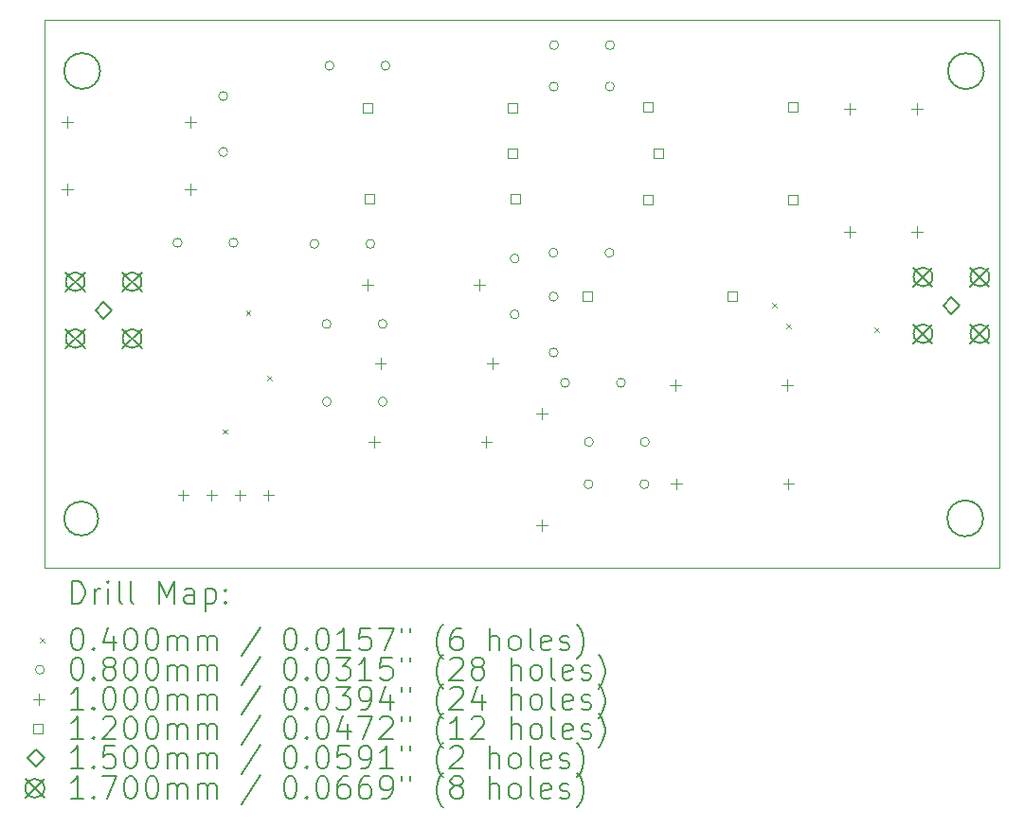
<source format=gbr>
%TF.GenerationSoftware,KiCad,Pcbnew,7.0.1*%
%TF.CreationDate,2023-11-04T13:42:53+00:00*%
%TF.ProjectId,Filter,46696c74-6572-42e6-9b69-6361645f7063,rev?*%
%TF.SameCoordinates,Original*%
%TF.FileFunction,Drillmap*%
%TF.FilePolarity,Positive*%
%FSLAX45Y45*%
G04 Gerber Fmt 4.5, Leading zero omitted, Abs format (unit mm)*
G04 Created by KiCad (PCBNEW 7.0.1) date 2023-11-04 13:42:53*
%MOMM*%
%LPD*%
G01*
G04 APERTURE LIST*
%ADD10C,0.100000*%
%ADD11C,0.200000*%
%ADD12C,0.040000*%
%ADD13C,0.080000*%
%ADD14C,0.120000*%
%ADD15C,0.150000*%
%ADD16C,0.170000*%
G04 APERTURE END LIST*
D10*
X11642500Y-6173000D02*
X20173000Y-6173000D01*
X20173000Y-11077000D01*
X11642500Y-11077000D01*
X11642500Y-6173000D01*
D11*
X12135351Y-6630000D02*
G75*
G03*
X12135351Y-6630000I-160351J0D01*
G01*
X20028351Y-10633000D02*
G75*
G03*
X20028351Y-10633000I-160351J0D01*
G01*
X20034351Y-6631000D02*
G75*
G03*
X20034351Y-6631000I-160351J0D01*
G01*
X12119000Y-10634000D02*
G75*
G03*
X12119000Y-10634000I-152000J0D01*
G01*
D12*
X13233125Y-9836250D02*
X13273125Y-9876250D01*
X13273125Y-9836250D02*
X13233125Y-9876250D01*
X13439125Y-8773250D02*
X13479125Y-8813250D01*
X13479125Y-8773250D02*
X13439125Y-8813250D01*
X13627375Y-9357000D02*
X13667375Y-9397000D01*
X13667375Y-9357000D02*
X13627375Y-9397000D01*
X18144500Y-8705000D02*
X18184500Y-8745000D01*
X18184500Y-8705000D02*
X18144500Y-8745000D01*
X18266500Y-8894000D02*
X18306500Y-8934000D01*
X18306500Y-8894000D02*
X18266500Y-8934000D01*
X19058500Y-8925000D02*
X19098500Y-8965000D01*
X19098500Y-8925000D02*
X19058500Y-8965000D01*
D13*
X12867000Y-8167000D02*
G75*
G03*
X12867000Y-8167000I-40000J0D01*
G01*
X13276000Y-6855000D02*
G75*
G03*
X13276000Y-6855000I-40000J0D01*
G01*
X13276000Y-7355000D02*
G75*
G03*
X13276000Y-7355000I-40000J0D01*
G01*
X13367000Y-8167000D02*
G75*
G03*
X13367000Y-8167000I-40000J0D01*
G01*
X14091000Y-8176000D02*
G75*
G03*
X14091000Y-8176000I-40000J0D01*
G01*
X14200000Y-8893000D02*
G75*
G03*
X14200000Y-8893000I-40000J0D01*
G01*
X14202000Y-9589000D02*
G75*
G03*
X14202000Y-9589000I-40000J0D01*
G01*
X14226000Y-6583000D02*
G75*
G03*
X14226000Y-6583000I-40000J0D01*
G01*
X14591000Y-8176000D02*
G75*
G03*
X14591000Y-8176000I-40000J0D01*
G01*
X14700000Y-8893000D02*
G75*
G03*
X14700000Y-8893000I-40000J0D01*
G01*
X14702000Y-9589000D02*
G75*
G03*
X14702000Y-9589000I-40000J0D01*
G01*
X14726000Y-6583000D02*
G75*
G03*
X14726000Y-6583000I-40000J0D01*
G01*
X15881000Y-8307000D02*
G75*
G03*
X15881000Y-8307000I-40000J0D01*
G01*
X15881000Y-8807000D02*
G75*
G03*
X15881000Y-8807000I-40000J0D01*
G01*
X16228000Y-8256000D02*
G75*
G03*
X16228000Y-8256000I-40000J0D01*
G01*
X16229000Y-8648000D02*
G75*
G03*
X16229000Y-8648000I-40000J0D01*
G01*
X16229000Y-9148000D02*
G75*
G03*
X16229000Y-9148000I-40000J0D01*
G01*
X16231000Y-6769000D02*
G75*
G03*
X16231000Y-6769000I-40000J0D01*
G01*
X16233000Y-6398000D02*
G75*
G03*
X16233000Y-6398000I-40000J0D01*
G01*
X16331000Y-9419000D02*
G75*
G03*
X16331000Y-9419000I-40000J0D01*
G01*
X16541000Y-10327000D02*
G75*
G03*
X16541000Y-10327000I-40000J0D01*
G01*
X16544000Y-9949000D02*
G75*
G03*
X16544000Y-9949000I-40000J0D01*
G01*
X16728000Y-8256000D02*
G75*
G03*
X16728000Y-8256000I-40000J0D01*
G01*
X16731000Y-6769000D02*
G75*
G03*
X16731000Y-6769000I-40000J0D01*
G01*
X16733000Y-6398000D02*
G75*
G03*
X16733000Y-6398000I-40000J0D01*
G01*
X16831000Y-9419000D02*
G75*
G03*
X16831000Y-9419000I-40000J0D01*
G01*
X17041000Y-10327000D02*
G75*
G03*
X17041000Y-10327000I-40000J0D01*
G01*
X17044000Y-9949000D02*
G75*
G03*
X17044000Y-9949000I-40000J0D01*
G01*
D10*
X11845000Y-7039000D02*
X11845000Y-7139000D01*
X11795000Y-7089000D02*
X11895000Y-7089000D01*
X11845000Y-7639000D02*
X11845000Y-7739000D01*
X11795000Y-7689000D02*
X11895000Y-7689000D01*
X12878750Y-10376750D02*
X12878750Y-10476750D01*
X12828750Y-10426750D02*
X12928750Y-10426750D01*
X12945000Y-7039000D02*
X12945000Y-7139000D01*
X12895000Y-7089000D02*
X12995000Y-7089000D01*
X12945000Y-7639000D02*
X12945000Y-7739000D01*
X12895000Y-7689000D02*
X12995000Y-7689000D01*
X13132750Y-10376750D02*
X13132750Y-10476750D01*
X13082750Y-10426750D02*
X13182750Y-10426750D01*
X13386750Y-10376750D02*
X13386750Y-10476750D01*
X13336750Y-10426750D02*
X13436750Y-10426750D01*
X13640750Y-10376750D02*
X13640750Y-10476750D01*
X13590750Y-10426750D02*
X13690750Y-10426750D01*
X14523000Y-8496000D02*
X14523000Y-8596000D01*
X14473000Y-8546000D02*
X14573000Y-8546000D01*
X14588000Y-9902000D02*
X14588000Y-10002000D01*
X14538000Y-9952000D02*
X14638000Y-9952000D01*
X14641000Y-9193000D02*
X14641000Y-9293000D01*
X14591000Y-9243000D02*
X14691000Y-9243000D01*
X15523000Y-8496000D02*
X15523000Y-8596000D01*
X15473000Y-8546000D02*
X15573000Y-8546000D01*
X15588000Y-9902000D02*
X15588000Y-10002000D01*
X15538000Y-9952000D02*
X15638000Y-9952000D01*
X15641000Y-9193000D02*
X15641000Y-9293000D01*
X15591000Y-9243000D02*
X15691000Y-9243000D01*
X16084000Y-9642000D02*
X16084000Y-9742000D01*
X16034000Y-9692000D02*
X16134000Y-9692000D01*
X16084000Y-10642000D02*
X16084000Y-10742000D01*
X16034000Y-10692000D02*
X16134000Y-10692000D01*
X17276000Y-9393000D02*
X17276000Y-9493000D01*
X17226000Y-9443000D02*
X17326000Y-9443000D01*
X17289000Y-10275000D02*
X17289000Y-10375000D01*
X17239000Y-10325000D02*
X17339000Y-10325000D01*
X18276000Y-9393000D02*
X18276000Y-9493000D01*
X18226000Y-9443000D02*
X18326000Y-9443000D01*
X18289000Y-10275000D02*
X18289000Y-10375000D01*
X18239000Y-10325000D02*
X18339000Y-10325000D01*
X18836000Y-6917000D02*
X18836000Y-7017000D01*
X18786000Y-6967000D02*
X18886000Y-6967000D01*
X18836000Y-8017000D02*
X18836000Y-8117000D01*
X18786000Y-8067000D02*
X18886000Y-8067000D01*
X19436000Y-6917000D02*
X19436000Y-7017000D01*
X19386000Y-6967000D02*
X19486000Y-6967000D01*
X19436000Y-8017000D02*
X19436000Y-8117000D01*
X19386000Y-8067000D02*
X19486000Y-8067000D01*
D14*
X14566427Y-6998427D02*
X14566427Y-6913573D01*
X14481573Y-6913573D01*
X14481573Y-6998427D01*
X14566427Y-6998427D01*
X14587427Y-7814427D02*
X14587427Y-7729573D01*
X14502573Y-7729573D01*
X14502573Y-7814427D01*
X14587427Y-7814427D01*
X15865927Y-7408427D02*
X15865927Y-7323573D01*
X15781073Y-7323573D01*
X15781073Y-7408427D01*
X15865927Y-7408427D01*
X15866427Y-6998427D02*
X15866427Y-6913573D01*
X15781573Y-6913573D01*
X15781573Y-6998427D01*
X15866427Y-6998427D01*
X15887427Y-7814427D02*
X15887427Y-7729573D01*
X15802573Y-7729573D01*
X15802573Y-7814427D01*
X15887427Y-7814427D01*
X16530427Y-8691427D02*
X16530427Y-8606573D01*
X16445573Y-8606573D01*
X16445573Y-8691427D01*
X16530427Y-8691427D01*
X17072427Y-6993427D02*
X17072427Y-6908573D01*
X16987573Y-6908573D01*
X16987573Y-6993427D01*
X17072427Y-6993427D01*
X17073427Y-7824427D02*
X17073427Y-7739573D01*
X16988573Y-7739573D01*
X16988573Y-7824427D01*
X17073427Y-7824427D01*
X17165927Y-7408427D02*
X17165927Y-7323573D01*
X17081073Y-7323573D01*
X17081073Y-7408427D01*
X17165927Y-7408427D01*
X17830427Y-8691427D02*
X17830427Y-8606573D01*
X17745573Y-8606573D01*
X17745573Y-8691427D01*
X17830427Y-8691427D01*
X18372427Y-6993427D02*
X18372427Y-6908573D01*
X18287573Y-6908573D01*
X18287573Y-6993427D01*
X18372427Y-6993427D01*
X18373427Y-7824427D02*
X18373427Y-7739573D01*
X18288573Y-7739573D01*
X18288573Y-7824427D01*
X18373427Y-7824427D01*
D15*
X12168000Y-8845000D02*
X12243000Y-8770000D01*
X12168000Y-8695000D01*
X12093000Y-8770000D01*
X12168000Y-8845000D01*
X19745000Y-8802000D02*
X19820000Y-8727000D01*
X19745000Y-8652000D01*
X19670000Y-8727000D01*
X19745000Y-8802000D01*
D16*
X11829000Y-8431000D02*
X11999000Y-8601000D01*
X11999000Y-8431000D02*
X11829000Y-8601000D01*
X11999000Y-8516000D02*
G75*
G03*
X11999000Y-8516000I-85000J0D01*
G01*
X11829000Y-8939000D02*
X11999000Y-9109000D01*
X11999000Y-8939000D02*
X11829000Y-9109000D01*
X11999000Y-9024000D02*
G75*
G03*
X11999000Y-9024000I-85000J0D01*
G01*
X12337000Y-8431000D02*
X12507000Y-8601000D01*
X12507000Y-8431000D02*
X12337000Y-8601000D01*
X12507000Y-8516000D02*
G75*
G03*
X12507000Y-8516000I-85000J0D01*
G01*
X12337000Y-8939000D02*
X12507000Y-9109000D01*
X12507000Y-8939000D02*
X12337000Y-9109000D01*
X12507000Y-9024000D02*
G75*
G03*
X12507000Y-9024000I-85000J0D01*
G01*
X19406000Y-8388000D02*
X19576000Y-8558000D01*
X19576000Y-8388000D02*
X19406000Y-8558000D01*
X19576000Y-8473000D02*
G75*
G03*
X19576000Y-8473000I-85000J0D01*
G01*
X19406000Y-8896000D02*
X19576000Y-9066000D01*
X19576000Y-8896000D02*
X19406000Y-9066000D01*
X19576000Y-8981000D02*
G75*
G03*
X19576000Y-8981000I-85000J0D01*
G01*
X19914000Y-8388000D02*
X20084000Y-8558000D01*
X20084000Y-8388000D02*
X19914000Y-8558000D01*
X20084000Y-8473000D02*
G75*
G03*
X20084000Y-8473000I-85000J0D01*
G01*
X19914000Y-8896000D02*
X20084000Y-9066000D01*
X20084000Y-8896000D02*
X19914000Y-9066000D01*
X20084000Y-8981000D02*
G75*
G03*
X20084000Y-8981000I-85000J0D01*
G01*
D11*
X11885119Y-11394524D02*
X11885119Y-11194524D01*
X11885119Y-11194524D02*
X11932738Y-11194524D01*
X11932738Y-11194524D02*
X11961309Y-11204048D01*
X11961309Y-11204048D02*
X11980357Y-11223095D01*
X11980357Y-11223095D02*
X11989881Y-11242143D01*
X11989881Y-11242143D02*
X11999405Y-11280238D01*
X11999405Y-11280238D02*
X11999405Y-11308809D01*
X11999405Y-11308809D02*
X11989881Y-11346905D01*
X11989881Y-11346905D02*
X11980357Y-11365952D01*
X11980357Y-11365952D02*
X11961309Y-11385000D01*
X11961309Y-11385000D02*
X11932738Y-11394524D01*
X11932738Y-11394524D02*
X11885119Y-11394524D01*
X12085119Y-11394524D02*
X12085119Y-11261190D01*
X12085119Y-11299286D02*
X12094643Y-11280238D01*
X12094643Y-11280238D02*
X12104167Y-11270714D01*
X12104167Y-11270714D02*
X12123214Y-11261190D01*
X12123214Y-11261190D02*
X12142262Y-11261190D01*
X12208928Y-11394524D02*
X12208928Y-11261190D01*
X12208928Y-11194524D02*
X12199405Y-11204048D01*
X12199405Y-11204048D02*
X12208928Y-11213571D01*
X12208928Y-11213571D02*
X12218452Y-11204048D01*
X12218452Y-11204048D02*
X12208928Y-11194524D01*
X12208928Y-11194524D02*
X12208928Y-11213571D01*
X12332738Y-11394524D02*
X12313690Y-11385000D01*
X12313690Y-11385000D02*
X12304167Y-11365952D01*
X12304167Y-11365952D02*
X12304167Y-11194524D01*
X12437500Y-11394524D02*
X12418452Y-11385000D01*
X12418452Y-11385000D02*
X12408928Y-11365952D01*
X12408928Y-11365952D02*
X12408928Y-11194524D01*
X12666071Y-11394524D02*
X12666071Y-11194524D01*
X12666071Y-11194524D02*
X12732738Y-11337381D01*
X12732738Y-11337381D02*
X12799405Y-11194524D01*
X12799405Y-11194524D02*
X12799405Y-11394524D01*
X12980357Y-11394524D02*
X12980357Y-11289762D01*
X12980357Y-11289762D02*
X12970833Y-11270714D01*
X12970833Y-11270714D02*
X12951786Y-11261190D01*
X12951786Y-11261190D02*
X12913690Y-11261190D01*
X12913690Y-11261190D02*
X12894643Y-11270714D01*
X12980357Y-11385000D02*
X12961309Y-11394524D01*
X12961309Y-11394524D02*
X12913690Y-11394524D01*
X12913690Y-11394524D02*
X12894643Y-11385000D01*
X12894643Y-11385000D02*
X12885119Y-11365952D01*
X12885119Y-11365952D02*
X12885119Y-11346905D01*
X12885119Y-11346905D02*
X12894643Y-11327857D01*
X12894643Y-11327857D02*
X12913690Y-11318333D01*
X12913690Y-11318333D02*
X12961309Y-11318333D01*
X12961309Y-11318333D02*
X12980357Y-11308809D01*
X13075595Y-11261190D02*
X13075595Y-11461190D01*
X13075595Y-11270714D02*
X13094643Y-11261190D01*
X13094643Y-11261190D02*
X13132738Y-11261190D01*
X13132738Y-11261190D02*
X13151786Y-11270714D01*
X13151786Y-11270714D02*
X13161309Y-11280238D01*
X13161309Y-11280238D02*
X13170833Y-11299286D01*
X13170833Y-11299286D02*
X13170833Y-11356428D01*
X13170833Y-11356428D02*
X13161309Y-11375476D01*
X13161309Y-11375476D02*
X13151786Y-11385000D01*
X13151786Y-11385000D02*
X13132738Y-11394524D01*
X13132738Y-11394524D02*
X13094643Y-11394524D01*
X13094643Y-11394524D02*
X13075595Y-11385000D01*
X13256548Y-11375476D02*
X13266071Y-11385000D01*
X13266071Y-11385000D02*
X13256548Y-11394524D01*
X13256548Y-11394524D02*
X13247024Y-11385000D01*
X13247024Y-11385000D02*
X13256548Y-11375476D01*
X13256548Y-11375476D02*
X13256548Y-11394524D01*
X13256548Y-11270714D02*
X13266071Y-11280238D01*
X13266071Y-11280238D02*
X13256548Y-11289762D01*
X13256548Y-11289762D02*
X13247024Y-11280238D01*
X13247024Y-11280238D02*
X13256548Y-11270714D01*
X13256548Y-11270714D02*
X13256548Y-11289762D01*
D12*
X11597500Y-11702000D02*
X11637500Y-11742000D01*
X11637500Y-11702000D02*
X11597500Y-11742000D01*
D11*
X11923214Y-11614524D02*
X11942262Y-11614524D01*
X11942262Y-11614524D02*
X11961309Y-11624048D01*
X11961309Y-11624048D02*
X11970833Y-11633571D01*
X11970833Y-11633571D02*
X11980357Y-11652619D01*
X11980357Y-11652619D02*
X11989881Y-11690714D01*
X11989881Y-11690714D02*
X11989881Y-11738333D01*
X11989881Y-11738333D02*
X11980357Y-11776428D01*
X11980357Y-11776428D02*
X11970833Y-11795476D01*
X11970833Y-11795476D02*
X11961309Y-11805000D01*
X11961309Y-11805000D02*
X11942262Y-11814524D01*
X11942262Y-11814524D02*
X11923214Y-11814524D01*
X11923214Y-11814524D02*
X11904167Y-11805000D01*
X11904167Y-11805000D02*
X11894643Y-11795476D01*
X11894643Y-11795476D02*
X11885119Y-11776428D01*
X11885119Y-11776428D02*
X11875595Y-11738333D01*
X11875595Y-11738333D02*
X11875595Y-11690714D01*
X11875595Y-11690714D02*
X11885119Y-11652619D01*
X11885119Y-11652619D02*
X11894643Y-11633571D01*
X11894643Y-11633571D02*
X11904167Y-11624048D01*
X11904167Y-11624048D02*
X11923214Y-11614524D01*
X12075595Y-11795476D02*
X12085119Y-11805000D01*
X12085119Y-11805000D02*
X12075595Y-11814524D01*
X12075595Y-11814524D02*
X12066071Y-11805000D01*
X12066071Y-11805000D02*
X12075595Y-11795476D01*
X12075595Y-11795476D02*
X12075595Y-11814524D01*
X12256548Y-11681190D02*
X12256548Y-11814524D01*
X12208928Y-11605000D02*
X12161309Y-11747857D01*
X12161309Y-11747857D02*
X12285119Y-11747857D01*
X12399405Y-11614524D02*
X12418452Y-11614524D01*
X12418452Y-11614524D02*
X12437500Y-11624048D01*
X12437500Y-11624048D02*
X12447024Y-11633571D01*
X12447024Y-11633571D02*
X12456548Y-11652619D01*
X12456548Y-11652619D02*
X12466071Y-11690714D01*
X12466071Y-11690714D02*
X12466071Y-11738333D01*
X12466071Y-11738333D02*
X12456548Y-11776428D01*
X12456548Y-11776428D02*
X12447024Y-11795476D01*
X12447024Y-11795476D02*
X12437500Y-11805000D01*
X12437500Y-11805000D02*
X12418452Y-11814524D01*
X12418452Y-11814524D02*
X12399405Y-11814524D01*
X12399405Y-11814524D02*
X12380357Y-11805000D01*
X12380357Y-11805000D02*
X12370833Y-11795476D01*
X12370833Y-11795476D02*
X12361309Y-11776428D01*
X12361309Y-11776428D02*
X12351786Y-11738333D01*
X12351786Y-11738333D02*
X12351786Y-11690714D01*
X12351786Y-11690714D02*
X12361309Y-11652619D01*
X12361309Y-11652619D02*
X12370833Y-11633571D01*
X12370833Y-11633571D02*
X12380357Y-11624048D01*
X12380357Y-11624048D02*
X12399405Y-11614524D01*
X12589881Y-11614524D02*
X12608929Y-11614524D01*
X12608929Y-11614524D02*
X12627976Y-11624048D01*
X12627976Y-11624048D02*
X12637500Y-11633571D01*
X12637500Y-11633571D02*
X12647024Y-11652619D01*
X12647024Y-11652619D02*
X12656548Y-11690714D01*
X12656548Y-11690714D02*
X12656548Y-11738333D01*
X12656548Y-11738333D02*
X12647024Y-11776428D01*
X12647024Y-11776428D02*
X12637500Y-11795476D01*
X12637500Y-11795476D02*
X12627976Y-11805000D01*
X12627976Y-11805000D02*
X12608929Y-11814524D01*
X12608929Y-11814524D02*
X12589881Y-11814524D01*
X12589881Y-11814524D02*
X12570833Y-11805000D01*
X12570833Y-11805000D02*
X12561309Y-11795476D01*
X12561309Y-11795476D02*
X12551786Y-11776428D01*
X12551786Y-11776428D02*
X12542262Y-11738333D01*
X12542262Y-11738333D02*
X12542262Y-11690714D01*
X12542262Y-11690714D02*
X12551786Y-11652619D01*
X12551786Y-11652619D02*
X12561309Y-11633571D01*
X12561309Y-11633571D02*
X12570833Y-11624048D01*
X12570833Y-11624048D02*
X12589881Y-11614524D01*
X12742262Y-11814524D02*
X12742262Y-11681190D01*
X12742262Y-11700238D02*
X12751786Y-11690714D01*
X12751786Y-11690714D02*
X12770833Y-11681190D01*
X12770833Y-11681190D02*
X12799405Y-11681190D01*
X12799405Y-11681190D02*
X12818452Y-11690714D01*
X12818452Y-11690714D02*
X12827976Y-11709762D01*
X12827976Y-11709762D02*
X12827976Y-11814524D01*
X12827976Y-11709762D02*
X12837500Y-11690714D01*
X12837500Y-11690714D02*
X12856548Y-11681190D01*
X12856548Y-11681190D02*
X12885119Y-11681190D01*
X12885119Y-11681190D02*
X12904167Y-11690714D01*
X12904167Y-11690714D02*
X12913690Y-11709762D01*
X12913690Y-11709762D02*
X12913690Y-11814524D01*
X13008929Y-11814524D02*
X13008929Y-11681190D01*
X13008929Y-11700238D02*
X13018452Y-11690714D01*
X13018452Y-11690714D02*
X13037500Y-11681190D01*
X13037500Y-11681190D02*
X13066071Y-11681190D01*
X13066071Y-11681190D02*
X13085119Y-11690714D01*
X13085119Y-11690714D02*
X13094643Y-11709762D01*
X13094643Y-11709762D02*
X13094643Y-11814524D01*
X13094643Y-11709762D02*
X13104167Y-11690714D01*
X13104167Y-11690714D02*
X13123214Y-11681190D01*
X13123214Y-11681190D02*
X13151786Y-11681190D01*
X13151786Y-11681190D02*
X13170833Y-11690714D01*
X13170833Y-11690714D02*
X13180357Y-11709762D01*
X13180357Y-11709762D02*
X13180357Y-11814524D01*
X13570833Y-11605000D02*
X13399405Y-11862143D01*
X13827976Y-11614524D02*
X13847024Y-11614524D01*
X13847024Y-11614524D02*
X13866072Y-11624048D01*
X13866072Y-11624048D02*
X13875595Y-11633571D01*
X13875595Y-11633571D02*
X13885119Y-11652619D01*
X13885119Y-11652619D02*
X13894643Y-11690714D01*
X13894643Y-11690714D02*
X13894643Y-11738333D01*
X13894643Y-11738333D02*
X13885119Y-11776428D01*
X13885119Y-11776428D02*
X13875595Y-11795476D01*
X13875595Y-11795476D02*
X13866072Y-11805000D01*
X13866072Y-11805000D02*
X13847024Y-11814524D01*
X13847024Y-11814524D02*
X13827976Y-11814524D01*
X13827976Y-11814524D02*
X13808929Y-11805000D01*
X13808929Y-11805000D02*
X13799405Y-11795476D01*
X13799405Y-11795476D02*
X13789881Y-11776428D01*
X13789881Y-11776428D02*
X13780357Y-11738333D01*
X13780357Y-11738333D02*
X13780357Y-11690714D01*
X13780357Y-11690714D02*
X13789881Y-11652619D01*
X13789881Y-11652619D02*
X13799405Y-11633571D01*
X13799405Y-11633571D02*
X13808929Y-11624048D01*
X13808929Y-11624048D02*
X13827976Y-11614524D01*
X13980357Y-11795476D02*
X13989881Y-11805000D01*
X13989881Y-11805000D02*
X13980357Y-11814524D01*
X13980357Y-11814524D02*
X13970833Y-11805000D01*
X13970833Y-11805000D02*
X13980357Y-11795476D01*
X13980357Y-11795476D02*
X13980357Y-11814524D01*
X14113691Y-11614524D02*
X14132738Y-11614524D01*
X14132738Y-11614524D02*
X14151786Y-11624048D01*
X14151786Y-11624048D02*
X14161310Y-11633571D01*
X14161310Y-11633571D02*
X14170833Y-11652619D01*
X14170833Y-11652619D02*
X14180357Y-11690714D01*
X14180357Y-11690714D02*
X14180357Y-11738333D01*
X14180357Y-11738333D02*
X14170833Y-11776428D01*
X14170833Y-11776428D02*
X14161310Y-11795476D01*
X14161310Y-11795476D02*
X14151786Y-11805000D01*
X14151786Y-11805000D02*
X14132738Y-11814524D01*
X14132738Y-11814524D02*
X14113691Y-11814524D01*
X14113691Y-11814524D02*
X14094643Y-11805000D01*
X14094643Y-11805000D02*
X14085119Y-11795476D01*
X14085119Y-11795476D02*
X14075595Y-11776428D01*
X14075595Y-11776428D02*
X14066072Y-11738333D01*
X14066072Y-11738333D02*
X14066072Y-11690714D01*
X14066072Y-11690714D02*
X14075595Y-11652619D01*
X14075595Y-11652619D02*
X14085119Y-11633571D01*
X14085119Y-11633571D02*
X14094643Y-11624048D01*
X14094643Y-11624048D02*
X14113691Y-11614524D01*
X14370833Y-11814524D02*
X14256548Y-11814524D01*
X14313691Y-11814524D02*
X14313691Y-11614524D01*
X14313691Y-11614524D02*
X14294643Y-11643095D01*
X14294643Y-11643095D02*
X14275595Y-11662143D01*
X14275595Y-11662143D02*
X14256548Y-11671667D01*
X14551786Y-11614524D02*
X14456548Y-11614524D01*
X14456548Y-11614524D02*
X14447024Y-11709762D01*
X14447024Y-11709762D02*
X14456548Y-11700238D01*
X14456548Y-11700238D02*
X14475595Y-11690714D01*
X14475595Y-11690714D02*
X14523214Y-11690714D01*
X14523214Y-11690714D02*
X14542262Y-11700238D01*
X14542262Y-11700238D02*
X14551786Y-11709762D01*
X14551786Y-11709762D02*
X14561310Y-11728809D01*
X14561310Y-11728809D02*
X14561310Y-11776428D01*
X14561310Y-11776428D02*
X14551786Y-11795476D01*
X14551786Y-11795476D02*
X14542262Y-11805000D01*
X14542262Y-11805000D02*
X14523214Y-11814524D01*
X14523214Y-11814524D02*
X14475595Y-11814524D01*
X14475595Y-11814524D02*
X14456548Y-11805000D01*
X14456548Y-11805000D02*
X14447024Y-11795476D01*
X14627976Y-11614524D02*
X14761310Y-11614524D01*
X14761310Y-11614524D02*
X14675595Y-11814524D01*
X14827976Y-11614524D02*
X14827976Y-11652619D01*
X14904167Y-11614524D02*
X14904167Y-11652619D01*
X15199405Y-11890714D02*
X15189881Y-11881190D01*
X15189881Y-11881190D02*
X15170834Y-11852619D01*
X15170834Y-11852619D02*
X15161310Y-11833571D01*
X15161310Y-11833571D02*
X15151786Y-11805000D01*
X15151786Y-11805000D02*
X15142262Y-11757381D01*
X15142262Y-11757381D02*
X15142262Y-11719286D01*
X15142262Y-11719286D02*
X15151786Y-11671667D01*
X15151786Y-11671667D02*
X15161310Y-11643095D01*
X15161310Y-11643095D02*
X15170834Y-11624048D01*
X15170834Y-11624048D02*
X15189881Y-11595476D01*
X15189881Y-11595476D02*
X15199405Y-11585952D01*
X15361310Y-11614524D02*
X15323214Y-11614524D01*
X15323214Y-11614524D02*
X15304167Y-11624048D01*
X15304167Y-11624048D02*
X15294643Y-11633571D01*
X15294643Y-11633571D02*
X15275595Y-11662143D01*
X15275595Y-11662143D02*
X15266072Y-11700238D01*
X15266072Y-11700238D02*
X15266072Y-11776428D01*
X15266072Y-11776428D02*
X15275595Y-11795476D01*
X15275595Y-11795476D02*
X15285119Y-11805000D01*
X15285119Y-11805000D02*
X15304167Y-11814524D01*
X15304167Y-11814524D02*
X15342262Y-11814524D01*
X15342262Y-11814524D02*
X15361310Y-11805000D01*
X15361310Y-11805000D02*
X15370834Y-11795476D01*
X15370834Y-11795476D02*
X15380357Y-11776428D01*
X15380357Y-11776428D02*
X15380357Y-11728809D01*
X15380357Y-11728809D02*
X15370834Y-11709762D01*
X15370834Y-11709762D02*
X15361310Y-11700238D01*
X15361310Y-11700238D02*
X15342262Y-11690714D01*
X15342262Y-11690714D02*
X15304167Y-11690714D01*
X15304167Y-11690714D02*
X15285119Y-11700238D01*
X15285119Y-11700238D02*
X15275595Y-11709762D01*
X15275595Y-11709762D02*
X15266072Y-11728809D01*
X15618453Y-11814524D02*
X15618453Y-11614524D01*
X15704167Y-11814524D02*
X15704167Y-11709762D01*
X15704167Y-11709762D02*
X15694643Y-11690714D01*
X15694643Y-11690714D02*
X15675596Y-11681190D01*
X15675596Y-11681190D02*
X15647024Y-11681190D01*
X15647024Y-11681190D02*
X15627976Y-11690714D01*
X15627976Y-11690714D02*
X15618453Y-11700238D01*
X15827976Y-11814524D02*
X15808929Y-11805000D01*
X15808929Y-11805000D02*
X15799405Y-11795476D01*
X15799405Y-11795476D02*
X15789881Y-11776428D01*
X15789881Y-11776428D02*
X15789881Y-11719286D01*
X15789881Y-11719286D02*
X15799405Y-11700238D01*
X15799405Y-11700238D02*
X15808929Y-11690714D01*
X15808929Y-11690714D02*
X15827976Y-11681190D01*
X15827976Y-11681190D02*
X15856548Y-11681190D01*
X15856548Y-11681190D02*
X15875596Y-11690714D01*
X15875596Y-11690714D02*
X15885119Y-11700238D01*
X15885119Y-11700238D02*
X15894643Y-11719286D01*
X15894643Y-11719286D02*
X15894643Y-11776428D01*
X15894643Y-11776428D02*
X15885119Y-11795476D01*
X15885119Y-11795476D02*
X15875596Y-11805000D01*
X15875596Y-11805000D02*
X15856548Y-11814524D01*
X15856548Y-11814524D02*
X15827976Y-11814524D01*
X16008929Y-11814524D02*
X15989881Y-11805000D01*
X15989881Y-11805000D02*
X15980357Y-11785952D01*
X15980357Y-11785952D02*
X15980357Y-11614524D01*
X16161310Y-11805000D02*
X16142262Y-11814524D01*
X16142262Y-11814524D02*
X16104167Y-11814524D01*
X16104167Y-11814524D02*
X16085119Y-11805000D01*
X16085119Y-11805000D02*
X16075596Y-11785952D01*
X16075596Y-11785952D02*
X16075596Y-11709762D01*
X16075596Y-11709762D02*
X16085119Y-11690714D01*
X16085119Y-11690714D02*
X16104167Y-11681190D01*
X16104167Y-11681190D02*
X16142262Y-11681190D01*
X16142262Y-11681190D02*
X16161310Y-11690714D01*
X16161310Y-11690714D02*
X16170834Y-11709762D01*
X16170834Y-11709762D02*
X16170834Y-11728809D01*
X16170834Y-11728809D02*
X16075596Y-11747857D01*
X16247024Y-11805000D02*
X16266072Y-11814524D01*
X16266072Y-11814524D02*
X16304167Y-11814524D01*
X16304167Y-11814524D02*
X16323215Y-11805000D01*
X16323215Y-11805000D02*
X16332738Y-11785952D01*
X16332738Y-11785952D02*
X16332738Y-11776428D01*
X16332738Y-11776428D02*
X16323215Y-11757381D01*
X16323215Y-11757381D02*
X16304167Y-11747857D01*
X16304167Y-11747857D02*
X16275596Y-11747857D01*
X16275596Y-11747857D02*
X16256548Y-11738333D01*
X16256548Y-11738333D02*
X16247024Y-11719286D01*
X16247024Y-11719286D02*
X16247024Y-11709762D01*
X16247024Y-11709762D02*
X16256548Y-11690714D01*
X16256548Y-11690714D02*
X16275596Y-11681190D01*
X16275596Y-11681190D02*
X16304167Y-11681190D01*
X16304167Y-11681190D02*
X16323215Y-11690714D01*
X16399405Y-11890714D02*
X16408929Y-11881190D01*
X16408929Y-11881190D02*
X16427977Y-11852619D01*
X16427977Y-11852619D02*
X16437500Y-11833571D01*
X16437500Y-11833571D02*
X16447024Y-11805000D01*
X16447024Y-11805000D02*
X16456548Y-11757381D01*
X16456548Y-11757381D02*
X16456548Y-11719286D01*
X16456548Y-11719286D02*
X16447024Y-11671667D01*
X16447024Y-11671667D02*
X16437500Y-11643095D01*
X16437500Y-11643095D02*
X16427977Y-11624048D01*
X16427977Y-11624048D02*
X16408929Y-11595476D01*
X16408929Y-11595476D02*
X16399405Y-11585952D01*
D13*
X11637500Y-11986000D02*
G75*
G03*
X11637500Y-11986000I-40000J0D01*
G01*
D11*
X11923214Y-11878524D02*
X11942262Y-11878524D01*
X11942262Y-11878524D02*
X11961309Y-11888048D01*
X11961309Y-11888048D02*
X11970833Y-11897571D01*
X11970833Y-11897571D02*
X11980357Y-11916619D01*
X11980357Y-11916619D02*
X11989881Y-11954714D01*
X11989881Y-11954714D02*
X11989881Y-12002333D01*
X11989881Y-12002333D02*
X11980357Y-12040428D01*
X11980357Y-12040428D02*
X11970833Y-12059476D01*
X11970833Y-12059476D02*
X11961309Y-12069000D01*
X11961309Y-12069000D02*
X11942262Y-12078524D01*
X11942262Y-12078524D02*
X11923214Y-12078524D01*
X11923214Y-12078524D02*
X11904167Y-12069000D01*
X11904167Y-12069000D02*
X11894643Y-12059476D01*
X11894643Y-12059476D02*
X11885119Y-12040428D01*
X11885119Y-12040428D02*
X11875595Y-12002333D01*
X11875595Y-12002333D02*
X11875595Y-11954714D01*
X11875595Y-11954714D02*
X11885119Y-11916619D01*
X11885119Y-11916619D02*
X11894643Y-11897571D01*
X11894643Y-11897571D02*
X11904167Y-11888048D01*
X11904167Y-11888048D02*
X11923214Y-11878524D01*
X12075595Y-12059476D02*
X12085119Y-12069000D01*
X12085119Y-12069000D02*
X12075595Y-12078524D01*
X12075595Y-12078524D02*
X12066071Y-12069000D01*
X12066071Y-12069000D02*
X12075595Y-12059476D01*
X12075595Y-12059476D02*
X12075595Y-12078524D01*
X12199405Y-11964238D02*
X12180357Y-11954714D01*
X12180357Y-11954714D02*
X12170833Y-11945190D01*
X12170833Y-11945190D02*
X12161309Y-11926143D01*
X12161309Y-11926143D02*
X12161309Y-11916619D01*
X12161309Y-11916619D02*
X12170833Y-11897571D01*
X12170833Y-11897571D02*
X12180357Y-11888048D01*
X12180357Y-11888048D02*
X12199405Y-11878524D01*
X12199405Y-11878524D02*
X12237500Y-11878524D01*
X12237500Y-11878524D02*
X12256548Y-11888048D01*
X12256548Y-11888048D02*
X12266071Y-11897571D01*
X12266071Y-11897571D02*
X12275595Y-11916619D01*
X12275595Y-11916619D02*
X12275595Y-11926143D01*
X12275595Y-11926143D02*
X12266071Y-11945190D01*
X12266071Y-11945190D02*
X12256548Y-11954714D01*
X12256548Y-11954714D02*
X12237500Y-11964238D01*
X12237500Y-11964238D02*
X12199405Y-11964238D01*
X12199405Y-11964238D02*
X12180357Y-11973762D01*
X12180357Y-11973762D02*
X12170833Y-11983286D01*
X12170833Y-11983286D02*
X12161309Y-12002333D01*
X12161309Y-12002333D02*
X12161309Y-12040428D01*
X12161309Y-12040428D02*
X12170833Y-12059476D01*
X12170833Y-12059476D02*
X12180357Y-12069000D01*
X12180357Y-12069000D02*
X12199405Y-12078524D01*
X12199405Y-12078524D02*
X12237500Y-12078524D01*
X12237500Y-12078524D02*
X12256548Y-12069000D01*
X12256548Y-12069000D02*
X12266071Y-12059476D01*
X12266071Y-12059476D02*
X12275595Y-12040428D01*
X12275595Y-12040428D02*
X12275595Y-12002333D01*
X12275595Y-12002333D02*
X12266071Y-11983286D01*
X12266071Y-11983286D02*
X12256548Y-11973762D01*
X12256548Y-11973762D02*
X12237500Y-11964238D01*
X12399405Y-11878524D02*
X12418452Y-11878524D01*
X12418452Y-11878524D02*
X12437500Y-11888048D01*
X12437500Y-11888048D02*
X12447024Y-11897571D01*
X12447024Y-11897571D02*
X12456548Y-11916619D01*
X12456548Y-11916619D02*
X12466071Y-11954714D01*
X12466071Y-11954714D02*
X12466071Y-12002333D01*
X12466071Y-12002333D02*
X12456548Y-12040428D01*
X12456548Y-12040428D02*
X12447024Y-12059476D01*
X12447024Y-12059476D02*
X12437500Y-12069000D01*
X12437500Y-12069000D02*
X12418452Y-12078524D01*
X12418452Y-12078524D02*
X12399405Y-12078524D01*
X12399405Y-12078524D02*
X12380357Y-12069000D01*
X12380357Y-12069000D02*
X12370833Y-12059476D01*
X12370833Y-12059476D02*
X12361309Y-12040428D01*
X12361309Y-12040428D02*
X12351786Y-12002333D01*
X12351786Y-12002333D02*
X12351786Y-11954714D01*
X12351786Y-11954714D02*
X12361309Y-11916619D01*
X12361309Y-11916619D02*
X12370833Y-11897571D01*
X12370833Y-11897571D02*
X12380357Y-11888048D01*
X12380357Y-11888048D02*
X12399405Y-11878524D01*
X12589881Y-11878524D02*
X12608929Y-11878524D01*
X12608929Y-11878524D02*
X12627976Y-11888048D01*
X12627976Y-11888048D02*
X12637500Y-11897571D01*
X12637500Y-11897571D02*
X12647024Y-11916619D01*
X12647024Y-11916619D02*
X12656548Y-11954714D01*
X12656548Y-11954714D02*
X12656548Y-12002333D01*
X12656548Y-12002333D02*
X12647024Y-12040428D01*
X12647024Y-12040428D02*
X12637500Y-12059476D01*
X12637500Y-12059476D02*
X12627976Y-12069000D01*
X12627976Y-12069000D02*
X12608929Y-12078524D01*
X12608929Y-12078524D02*
X12589881Y-12078524D01*
X12589881Y-12078524D02*
X12570833Y-12069000D01*
X12570833Y-12069000D02*
X12561309Y-12059476D01*
X12561309Y-12059476D02*
X12551786Y-12040428D01*
X12551786Y-12040428D02*
X12542262Y-12002333D01*
X12542262Y-12002333D02*
X12542262Y-11954714D01*
X12542262Y-11954714D02*
X12551786Y-11916619D01*
X12551786Y-11916619D02*
X12561309Y-11897571D01*
X12561309Y-11897571D02*
X12570833Y-11888048D01*
X12570833Y-11888048D02*
X12589881Y-11878524D01*
X12742262Y-12078524D02*
X12742262Y-11945190D01*
X12742262Y-11964238D02*
X12751786Y-11954714D01*
X12751786Y-11954714D02*
X12770833Y-11945190D01*
X12770833Y-11945190D02*
X12799405Y-11945190D01*
X12799405Y-11945190D02*
X12818452Y-11954714D01*
X12818452Y-11954714D02*
X12827976Y-11973762D01*
X12827976Y-11973762D02*
X12827976Y-12078524D01*
X12827976Y-11973762D02*
X12837500Y-11954714D01*
X12837500Y-11954714D02*
X12856548Y-11945190D01*
X12856548Y-11945190D02*
X12885119Y-11945190D01*
X12885119Y-11945190D02*
X12904167Y-11954714D01*
X12904167Y-11954714D02*
X12913690Y-11973762D01*
X12913690Y-11973762D02*
X12913690Y-12078524D01*
X13008929Y-12078524D02*
X13008929Y-11945190D01*
X13008929Y-11964238D02*
X13018452Y-11954714D01*
X13018452Y-11954714D02*
X13037500Y-11945190D01*
X13037500Y-11945190D02*
X13066071Y-11945190D01*
X13066071Y-11945190D02*
X13085119Y-11954714D01*
X13085119Y-11954714D02*
X13094643Y-11973762D01*
X13094643Y-11973762D02*
X13094643Y-12078524D01*
X13094643Y-11973762D02*
X13104167Y-11954714D01*
X13104167Y-11954714D02*
X13123214Y-11945190D01*
X13123214Y-11945190D02*
X13151786Y-11945190D01*
X13151786Y-11945190D02*
X13170833Y-11954714D01*
X13170833Y-11954714D02*
X13180357Y-11973762D01*
X13180357Y-11973762D02*
X13180357Y-12078524D01*
X13570833Y-11869000D02*
X13399405Y-12126143D01*
X13827976Y-11878524D02*
X13847024Y-11878524D01*
X13847024Y-11878524D02*
X13866072Y-11888048D01*
X13866072Y-11888048D02*
X13875595Y-11897571D01*
X13875595Y-11897571D02*
X13885119Y-11916619D01*
X13885119Y-11916619D02*
X13894643Y-11954714D01*
X13894643Y-11954714D02*
X13894643Y-12002333D01*
X13894643Y-12002333D02*
X13885119Y-12040428D01*
X13885119Y-12040428D02*
X13875595Y-12059476D01*
X13875595Y-12059476D02*
X13866072Y-12069000D01*
X13866072Y-12069000D02*
X13847024Y-12078524D01*
X13847024Y-12078524D02*
X13827976Y-12078524D01*
X13827976Y-12078524D02*
X13808929Y-12069000D01*
X13808929Y-12069000D02*
X13799405Y-12059476D01*
X13799405Y-12059476D02*
X13789881Y-12040428D01*
X13789881Y-12040428D02*
X13780357Y-12002333D01*
X13780357Y-12002333D02*
X13780357Y-11954714D01*
X13780357Y-11954714D02*
X13789881Y-11916619D01*
X13789881Y-11916619D02*
X13799405Y-11897571D01*
X13799405Y-11897571D02*
X13808929Y-11888048D01*
X13808929Y-11888048D02*
X13827976Y-11878524D01*
X13980357Y-12059476D02*
X13989881Y-12069000D01*
X13989881Y-12069000D02*
X13980357Y-12078524D01*
X13980357Y-12078524D02*
X13970833Y-12069000D01*
X13970833Y-12069000D02*
X13980357Y-12059476D01*
X13980357Y-12059476D02*
X13980357Y-12078524D01*
X14113691Y-11878524D02*
X14132738Y-11878524D01*
X14132738Y-11878524D02*
X14151786Y-11888048D01*
X14151786Y-11888048D02*
X14161310Y-11897571D01*
X14161310Y-11897571D02*
X14170833Y-11916619D01*
X14170833Y-11916619D02*
X14180357Y-11954714D01*
X14180357Y-11954714D02*
X14180357Y-12002333D01*
X14180357Y-12002333D02*
X14170833Y-12040428D01*
X14170833Y-12040428D02*
X14161310Y-12059476D01*
X14161310Y-12059476D02*
X14151786Y-12069000D01*
X14151786Y-12069000D02*
X14132738Y-12078524D01*
X14132738Y-12078524D02*
X14113691Y-12078524D01*
X14113691Y-12078524D02*
X14094643Y-12069000D01*
X14094643Y-12069000D02*
X14085119Y-12059476D01*
X14085119Y-12059476D02*
X14075595Y-12040428D01*
X14075595Y-12040428D02*
X14066072Y-12002333D01*
X14066072Y-12002333D02*
X14066072Y-11954714D01*
X14066072Y-11954714D02*
X14075595Y-11916619D01*
X14075595Y-11916619D02*
X14085119Y-11897571D01*
X14085119Y-11897571D02*
X14094643Y-11888048D01*
X14094643Y-11888048D02*
X14113691Y-11878524D01*
X14247024Y-11878524D02*
X14370833Y-11878524D01*
X14370833Y-11878524D02*
X14304167Y-11954714D01*
X14304167Y-11954714D02*
X14332738Y-11954714D01*
X14332738Y-11954714D02*
X14351786Y-11964238D01*
X14351786Y-11964238D02*
X14361310Y-11973762D01*
X14361310Y-11973762D02*
X14370833Y-11992809D01*
X14370833Y-11992809D02*
X14370833Y-12040428D01*
X14370833Y-12040428D02*
X14361310Y-12059476D01*
X14361310Y-12059476D02*
X14351786Y-12069000D01*
X14351786Y-12069000D02*
X14332738Y-12078524D01*
X14332738Y-12078524D02*
X14275595Y-12078524D01*
X14275595Y-12078524D02*
X14256548Y-12069000D01*
X14256548Y-12069000D02*
X14247024Y-12059476D01*
X14561310Y-12078524D02*
X14447024Y-12078524D01*
X14504167Y-12078524D02*
X14504167Y-11878524D01*
X14504167Y-11878524D02*
X14485119Y-11907095D01*
X14485119Y-11907095D02*
X14466072Y-11926143D01*
X14466072Y-11926143D02*
X14447024Y-11935667D01*
X14742262Y-11878524D02*
X14647024Y-11878524D01*
X14647024Y-11878524D02*
X14637500Y-11973762D01*
X14637500Y-11973762D02*
X14647024Y-11964238D01*
X14647024Y-11964238D02*
X14666072Y-11954714D01*
X14666072Y-11954714D02*
X14713691Y-11954714D01*
X14713691Y-11954714D02*
X14732738Y-11964238D01*
X14732738Y-11964238D02*
X14742262Y-11973762D01*
X14742262Y-11973762D02*
X14751786Y-11992809D01*
X14751786Y-11992809D02*
X14751786Y-12040428D01*
X14751786Y-12040428D02*
X14742262Y-12059476D01*
X14742262Y-12059476D02*
X14732738Y-12069000D01*
X14732738Y-12069000D02*
X14713691Y-12078524D01*
X14713691Y-12078524D02*
X14666072Y-12078524D01*
X14666072Y-12078524D02*
X14647024Y-12069000D01*
X14647024Y-12069000D02*
X14637500Y-12059476D01*
X14827976Y-11878524D02*
X14827976Y-11916619D01*
X14904167Y-11878524D02*
X14904167Y-11916619D01*
X15199405Y-12154714D02*
X15189881Y-12145190D01*
X15189881Y-12145190D02*
X15170834Y-12116619D01*
X15170834Y-12116619D02*
X15161310Y-12097571D01*
X15161310Y-12097571D02*
X15151786Y-12069000D01*
X15151786Y-12069000D02*
X15142262Y-12021381D01*
X15142262Y-12021381D02*
X15142262Y-11983286D01*
X15142262Y-11983286D02*
X15151786Y-11935667D01*
X15151786Y-11935667D02*
X15161310Y-11907095D01*
X15161310Y-11907095D02*
X15170834Y-11888048D01*
X15170834Y-11888048D02*
X15189881Y-11859476D01*
X15189881Y-11859476D02*
X15199405Y-11849952D01*
X15266072Y-11897571D02*
X15275595Y-11888048D01*
X15275595Y-11888048D02*
X15294643Y-11878524D01*
X15294643Y-11878524D02*
X15342262Y-11878524D01*
X15342262Y-11878524D02*
X15361310Y-11888048D01*
X15361310Y-11888048D02*
X15370834Y-11897571D01*
X15370834Y-11897571D02*
X15380357Y-11916619D01*
X15380357Y-11916619D02*
X15380357Y-11935667D01*
X15380357Y-11935667D02*
X15370834Y-11964238D01*
X15370834Y-11964238D02*
X15256548Y-12078524D01*
X15256548Y-12078524D02*
X15380357Y-12078524D01*
X15494643Y-11964238D02*
X15475595Y-11954714D01*
X15475595Y-11954714D02*
X15466072Y-11945190D01*
X15466072Y-11945190D02*
X15456548Y-11926143D01*
X15456548Y-11926143D02*
X15456548Y-11916619D01*
X15456548Y-11916619D02*
X15466072Y-11897571D01*
X15466072Y-11897571D02*
X15475595Y-11888048D01*
X15475595Y-11888048D02*
X15494643Y-11878524D01*
X15494643Y-11878524D02*
X15532738Y-11878524D01*
X15532738Y-11878524D02*
X15551786Y-11888048D01*
X15551786Y-11888048D02*
X15561310Y-11897571D01*
X15561310Y-11897571D02*
X15570834Y-11916619D01*
X15570834Y-11916619D02*
X15570834Y-11926143D01*
X15570834Y-11926143D02*
X15561310Y-11945190D01*
X15561310Y-11945190D02*
X15551786Y-11954714D01*
X15551786Y-11954714D02*
X15532738Y-11964238D01*
X15532738Y-11964238D02*
X15494643Y-11964238D01*
X15494643Y-11964238D02*
X15475595Y-11973762D01*
X15475595Y-11973762D02*
X15466072Y-11983286D01*
X15466072Y-11983286D02*
X15456548Y-12002333D01*
X15456548Y-12002333D02*
X15456548Y-12040428D01*
X15456548Y-12040428D02*
X15466072Y-12059476D01*
X15466072Y-12059476D02*
X15475595Y-12069000D01*
X15475595Y-12069000D02*
X15494643Y-12078524D01*
X15494643Y-12078524D02*
X15532738Y-12078524D01*
X15532738Y-12078524D02*
X15551786Y-12069000D01*
X15551786Y-12069000D02*
X15561310Y-12059476D01*
X15561310Y-12059476D02*
X15570834Y-12040428D01*
X15570834Y-12040428D02*
X15570834Y-12002333D01*
X15570834Y-12002333D02*
X15561310Y-11983286D01*
X15561310Y-11983286D02*
X15551786Y-11973762D01*
X15551786Y-11973762D02*
X15532738Y-11964238D01*
X15808929Y-12078524D02*
X15808929Y-11878524D01*
X15894643Y-12078524D02*
X15894643Y-11973762D01*
X15894643Y-11973762D02*
X15885119Y-11954714D01*
X15885119Y-11954714D02*
X15866072Y-11945190D01*
X15866072Y-11945190D02*
X15837500Y-11945190D01*
X15837500Y-11945190D02*
X15818453Y-11954714D01*
X15818453Y-11954714D02*
X15808929Y-11964238D01*
X16018453Y-12078524D02*
X15999405Y-12069000D01*
X15999405Y-12069000D02*
X15989881Y-12059476D01*
X15989881Y-12059476D02*
X15980357Y-12040428D01*
X15980357Y-12040428D02*
X15980357Y-11983286D01*
X15980357Y-11983286D02*
X15989881Y-11964238D01*
X15989881Y-11964238D02*
X15999405Y-11954714D01*
X15999405Y-11954714D02*
X16018453Y-11945190D01*
X16018453Y-11945190D02*
X16047024Y-11945190D01*
X16047024Y-11945190D02*
X16066072Y-11954714D01*
X16066072Y-11954714D02*
X16075596Y-11964238D01*
X16075596Y-11964238D02*
X16085119Y-11983286D01*
X16085119Y-11983286D02*
X16085119Y-12040428D01*
X16085119Y-12040428D02*
X16075596Y-12059476D01*
X16075596Y-12059476D02*
X16066072Y-12069000D01*
X16066072Y-12069000D02*
X16047024Y-12078524D01*
X16047024Y-12078524D02*
X16018453Y-12078524D01*
X16199405Y-12078524D02*
X16180357Y-12069000D01*
X16180357Y-12069000D02*
X16170834Y-12049952D01*
X16170834Y-12049952D02*
X16170834Y-11878524D01*
X16351786Y-12069000D02*
X16332738Y-12078524D01*
X16332738Y-12078524D02*
X16294643Y-12078524D01*
X16294643Y-12078524D02*
X16275596Y-12069000D01*
X16275596Y-12069000D02*
X16266072Y-12049952D01*
X16266072Y-12049952D02*
X16266072Y-11973762D01*
X16266072Y-11973762D02*
X16275596Y-11954714D01*
X16275596Y-11954714D02*
X16294643Y-11945190D01*
X16294643Y-11945190D02*
X16332738Y-11945190D01*
X16332738Y-11945190D02*
X16351786Y-11954714D01*
X16351786Y-11954714D02*
X16361310Y-11973762D01*
X16361310Y-11973762D02*
X16361310Y-11992809D01*
X16361310Y-11992809D02*
X16266072Y-12011857D01*
X16437500Y-12069000D02*
X16456548Y-12078524D01*
X16456548Y-12078524D02*
X16494643Y-12078524D01*
X16494643Y-12078524D02*
X16513691Y-12069000D01*
X16513691Y-12069000D02*
X16523215Y-12049952D01*
X16523215Y-12049952D02*
X16523215Y-12040428D01*
X16523215Y-12040428D02*
X16513691Y-12021381D01*
X16513691Y-12021381D02*
X16494643Y-12011857D01*
X16494643Y-12011857D02*
X16466072Y-12011857D01*
X16466072Y-12011857D02*
X16447024Y-12002333D01*
X16447024Y-12002333D02*
X16437500Y-11983286D01*
X16437500Y-11983286D02*
X16437500Y-11973762D01*
X16437500Y-11973762D02*
X16447024Y-11954714D01*
X16447024Y-11954714D02*
X16466072Y-11945190D01*
X16466072Y-11945190D02*
X16494643Y-11945190D01*
X16494643Y-11945190D02*
X16513691Y-11954714D01*
X16589881Y-12154714D02*
X16599405Y-12145190D01*
X16599405Y-12145190D02*
X16618453Y-12116619D01*
X16618453Y-12116619D02*
X16627977Y-12097571D01*
X16627977Y-12097571D02*
X16637500Y-12069000D01*
X16637500Y-12069000D02*
X16647024Y-12021381D01*
X16647024Y-12021381D02*
X16647024Y-11983286D01*
X16647024Y-11983286D02*
X16637500Y-11935667D01*
X16637500Y-11935667D02*
X16627977Y-11907095D01*
X16627977Y-11907095D02*
X16618453Y-11888048D01*
X16618453Y-11888048D02*
X16599405Y-11859476D01*
X16599405Y-11859476D02*
X16589881Y-11849952D01*
D10*
X11587500Y-12200000D02*
X11587500Y-12300000D01*
X11537500Y-12250000D02*
X11637500Y-12250000D01*
D11*
X11989881Y-12342524D02*
X11875595Y-12342524D01*
X11932738Y-12342524D02*
X11932738Y-12142524D01*
X11932738Y-12142524D02*
X11913690Y-12171095D01*
X11913690Y-12171095D02*
X11894643Y-12190143D01*
X11894643Y-12190143D02*
X11875595Y-12199667D01*
X12075595Y-12323476D02*
X12085119Y-12333000D01*
X12085119Y-12333000D02*
X12075595Y-12342524D01*
X12075595Y-12342524D02*
X12066071Y-12333000D01*
X12066071Y-12333000D02*
X12075595Y-12323476D01*
X12075595Y-12323476D02*
X12075595Y-12342524D01*
X12208928Y-12142524D02*
X12227976Y-12142524D01*
X12227976Y-12142524D02*
X12247024Y-12152048D01*
X12247024Y-12152048D02*
X12256548Y-12161571D01*
X12256548Y-12161571D02*
X12266071Y-12180619D01*
X12266071Y-12180619D02*
X12275595Y-12218714D01*
X12275595Y-12218714D02*
X12275595Y-12266333D01*
X12275595Y-12266333D02*
X12266071Y-12304428D01*
X12266071Y-12304428D02*
X12256548Y-12323476D01*
X12256548Y-12323476D02*
X12247024Y-12333000D01*
X12247024Y-12333000D02*
X12227976Y-12342524D01*
X12227976Y-12342524D02*
X12208928Y-12342524D01*
X12208928Y-12342524D02*
X12189881Y-12333000D01*
X12189881Y-12333000D02*
X12180357Y-12323476D01*
X12180357Y-12323476D02*
X12170833Y-12304428D01*
X12170833Y-12304428D02*
X12161309Y-12266333D01*
X12161309Y-12266333D02*
X12161309Y-12218714D01*
X12161309Y-12218714D02*
X12170833Y-12180619D01*
X12170833Y-12180619D02*
X12180357Y-12161571D01*
X12180357Y-12161571D02*
X12189881Y-12152048D01*
X12189881Y-12152048D02*
X12208928Y-12142524D01*
X12399405Y-12142524D02*
X12418452Y-12142524D01*
X12418452Y-12142524D02*
X12437500Y-12152048D01*
X12437500Y-12152048D02*
X12447024Y-12161571D01*
X12447024Y-12161571D02*
X12456548Y-12180619D01*
X12456548Y-12180619D02*
X12466071Y-12218714D01*
X12466071Y-12218714D02*
X12466071Y-12266333D01*
X12466071Y-12266333D02*
X12456548Y-12304428D01*
X12456548Y-12304428D02*
X12447024Y-12323476D01*
X12447024Y-12323476D02*
X12437500Y-12333000D01*
X12437500Y-12333000D02*
X12418452Y-12342524D01*
X12418452Y-12342524D02*
X12399405Y-12342524D01*
X12399405Y-12342524D02*
X12380357Y-12333000D01*
X12380357Y-12333000D02*
X12370833Y-12323476D01*
X12370833Y-12323476D02*
X12361309Y-12304428D01*
X12361309Y-12304428D02*
X12351786Y-12266333D01*
X12351786Y-12266333D02*
X12351786Y-12218714D01*
X12351786Y-12218714D02*
X12361309Y-12180619D01*
X12361309Y-12180619D02*
X12370833Y-12161571D01*
X12370833Y-12161571D02*
X12380357Y-12152048D01*
X12380357Y-12152048D02*
X12399405Y-12142524D01*
X12589881Y-12142524D02*
X12608929Y-12142524D01*
X12608929Y-12142524D02*
X12627976Y-12152048D01*
X12627976Y-12152048D02*
X12637500Y-12161571D01*
X12637500Y-12161571D02*
X12647024Y-12180619D01*
X12647024Y-12180619D02*
X12656548Y-12218714D01*
X12656548Y-12218714D02*
X12656548Y-12266333D01*
X12656548Y-12266333D02*
X12647024Y-12304428D01*
X12647024Y-12304428D02*
X12637500Y-12323476D01*
X12637500Y-12323476D02*
X12627976Y-12333000D01*
X12627976Y-12333000D02*
X12608929Y-12342524D01*
X12608929Y-12342524D02*
X12589881Y-12342524D01*
X12589881Y-12342524D02*
X12570833Y-12333000D01*
X12570833Y-12333000D02*
X12561309Y-12323476D01*
X12561309Y-12323476D02*
X12551786Y-12304428D01*
X12551786Y-12304428D02*
X12542262Y-12266333D01*
X12542262Y-12266333D02*
X12542262Y-12218714D01*
X12542262Y-12218714D02*
X12551786Y-12180619D01*
X12551786Y-12180619D02*
X12561309Y-12161571D01*
X12561309Y-12161571D02*
X12570833Y-12152048D01*
X12570833Y-12152048D02*
X12589881Y-12142524D01*
X12742262Y-12342524D02*
X12742262Y-12209190D01*
X12742262Y-12228238D02*
X12751786Y-12218714D01*
X12751786Y-12218714D02*
X12770833Y-12209190D01*
X12770833Y-12209190D02*
X12799405Y-12209190D01*
X12799405Y-12209190D02*
X12818452Y-12218714D01*
X12818452Y-12218714D02*
X12827976Y-12237762D01*
X12827976Y-12237762D02*
X12827976Y-12342524D01*
X12827976Y-12237762D02*
X12837500Y-12218714D01*
X12837500Y-12218714D02*
X12856548Y-12209190D01*
X12856548Y-12209190D02*
X12885119Y-12209190D01*
X12885119Y-12209190D02*
X12904167Y-12218714D01*
X12904167Y-12218714D02*
X12913690Y-12237762D01*
X12913690Y-12237762D02*
X12913690Y-12342524D01*
X13008929Y-12342524D02*
X13008929Y-12209190D01*
X13008929Y-12228238D02*
X13018452Y-12218714D01*
X13018452Y-12218714D02*
X13037500Y-12209190D01*
X13037500Y-12209190D02*
X13066071Y-12209190D01*
X13066071Y-12209190D02*
X13085119Y-12218714D01*
X13085119Y-12218714D02*
X13094643Y-12237762D01*
X13094643Y-12237762D02*
X13094643Y-12342524D01*
X13094643Y-12237762D02*
X13104167Y-12218714D01*
X13104167Y-12218714D02*
X13123214Y-12209190D01*
X13123214Y-12209190D02*
X13151786Y-12209190D01*
X13151786Y-12209190D02*
X13170833Y-12218714D01*
X13170833Y-12218714D02*
X13180357Y-12237762D01*
X13180357Y-12237762D02*
X13180357Y-12342524D01*
X13570833Y-12133000D02*
X13399405Y-12390143D01*
X13827976Y-12142524D02*
X13847024Y-12142524D01*
X13847024Y-12142524D02*
X13866072Y-12152048D01*
X13866072Y-12152048D02*
X13875595Y-12161571D01*
X13875595Y-12161571D02*
X13885119Y-12180619D01*
X13885119Y-12180619D02*
X13894643Y-12218714D01*
X13894643Y-12218714D02*
X13894643Y-12266333D01*
X13894643Y-12266333D02*
X13885119Y-12304428D01*
X13885119Y-12304428D02*
X13875595Y-12323476D01*
X13875595Y-12323476D02*
X13866072Y-12333000D01*
X13866072Y-12333000D02*
X13847024Y-12342524D01*
X13847024Y-12342524D02*
X13827976Y-12342524D01*
X13827976Y-12342524D02*
X13808929Y-12333000D01*
X13808929Y-12333000D02*
X13799405Y-12323476D01*
X13799405Y-12323476D02*
X13789881Y-12304428D01*
X13789881Y-12304428D02*
X13780357Y-12266333D01*
X13780357Y-12266333D02*
X13780357Y-12218714D01*
X13780357Y-12218714D02*
X13789881Y-12180619D01*
X13789881Y-12180619D02*
X13799405Y-12161571D01*
X13799405Y-12161571D02*
X13808929Y-12152048D01*
X13808929Y-12152048D02*
X13827976Y-12142524D01*
X13980357Y-12323476D02*
X13989881Y-12333000D01*
X13989881Y-12333000D02*
X13980357Y-12342524D01*
X13980357Y-12342524D02*
X13970833Y-12333000D01*
X13970833Y-12333000D02*
X13980357Y-12323476D01*
X13980357Y-12323476D02*
X13980357Y-12342524D01*
X14113691Y-12142524D02*
X14132738Y-12142524D01*
X14132738Y-12142524D02*
X14151786Y-12152048D01*
X14151786Y-12152048D02*
X14161310Y-12161571D01*
X14161310Y-12161571D02*
X14170833Y-12180619D01*
X14170833Y-12180619D02*
X14180357Y-12218714D01*
X14180357Y-12218714D02*
X14180357Y-12266333D01*
X14180357Y-12266333D02*
X14170833Y-12304428D01*
X14170833Y-12304428D02*
X14161310Y-12323476D01*
X14161310Y-12323476D02*
X14151786Y-12333000D01*
X14151786Y-12333000D02*
X14132738Y-12342524D01*
X14132738Y-12342524D02*
X14113691Y-12342524D01*
X14113691Y-12342524D02*
X14094643Y-12333000D01*
X14094643Y-12333000D02*
X14085119Y-12323476D01*
X14085119Y-12323476D02*
X14075595Y-12304428D01*
X14075595Y-12304428D02*
X14066072Y-12266333D01*
X14066072Y-12266333D02*
X14066072Y-12218714D01*
X14066072Y-12218714D02*
X14075595Y-12180619D01*
X14075595Y-12180619D02*
X14085119Y-12161571D01*
X14085119Y-12161571D02*
X14094643Y-12152048D01*
X14094643Y-12152048D02*
X14113691Y-12142524D01*
X14247024Y-12142524D02*
X14370833Y-12142524D01*
X14370833Y-12142524D02*
X14304167Y-12218714D01*
X14304167Y-12218714D02*
X14332738Y-12218714D01*
X14332738Y-12218714D02*
X14351786Y-12228238D01*
X14351786Y-12228238D02*
X14361310Y-12237762D01*
X14361310Y-12237762D02*
X14370833Y-12256809D01*
X14370833Y-12256809D02*
X14370833Y-12304428D01*
X14370833Y-12304428D02*
X14361310Y-12323476D01*
X14361310Y-12323476D02*
X14351786Y-12333000D01*
X14351786Y-12333000D02*
X14332738Y-12342524D01*
X14332738Y-12342524D02*
X14275595Y-12342524D01*
X14275595Y-12342524D02*
X14256548Y-12333000D01*
X14256548Y-12333000D02*
X14247024Y-12323476D01*
X14466072Y-12342524D02*
X14504167Y-12342524D01*
X14504167Y-12342524D02*
X14523214Y-12333000D01*
X14523214Y-12333000D02*
X14532738Y-12323476D01*
X14532738Y-12323476D02*
X14551786Y-12294905D01*
X14551786Y-12294905D02*
X14561310Y-12256809D01*
X14561310Y-12256809D02*
X14561310Y-12180619D01*
X14561310Y-12180619D02*
X14551786Y-12161571D01*
X14551786Y-12161571D02*
X14542262Y-12152048D01*
X14542262Y-12152048D02*
X14523214Y-12142524D01*
X14523214Y-12142524D02*
X14485119Y-12142524D01*
X14485119Y-12142524D02*
X14466072Y-12152048D01*
X14466072Y-12152048D02*
X14456548Y-12161571D01*
X14456548Y-12161571D02*
X14447024Y-12180619D01*
X14447024Y-12180619D02*
X14447024Y-12228238D01*
X14447024Y-12228238D02*
X14456548Y-12247286D01*
X14456548Y-12247286D02*
X14466072Y-12256809D01*
X14466072Y-12256809D02*
X14485119Y-12266333D01*
X14485119Y-12266333D02*
X14523214Y-12266333D01*
X14523214Y-12266333D02*
X14542262Y-12256809D01*
X14542262Y-12256809D02*
X14551786Y-12247286D01*
X14551786Y-12247286D02*
X14561310Y-12228238D01*
X14732738Y-12209190D02*
X14732738Y-12342524D01*
X14685119Y-12133000D02*
X14637500Y-12275857D01*
X14637500Y-12275857D02*
X14761310Y-12275857D01*
X14827976Y-12142524D02*
X14827976Y-12180619D01*
X14904167Y-12142524D02*
X14904167Y-12180619D01*
X15199405Y-12418714D02*
X15189881Y-12409190D01*
X15189881Y-12409190D02*
X15170834Y-12380619D01*
X15170834Y-12380619D02*
X15161310Y-12361571D01*
X15161310Y-12361571D02*
X15151786Y-12333000D01*
X15151786Y-12333000D02*
X15142262Y-12285381D01*
X15142262Y-12285381D02*
X15142262Y-12247286D01*
X15142262Y-12247286D02*
X15151786Y-12199667D01*
X15151786Y-12199667D02*
X15161310Y-12171095D01*
X15161310Y-12171095D02*
X15170834Y-12152048D01*
X15170834Y-12152048D02*
X15189881Y-12123476D01*
X15189881Y-12123476D02*
X15199405Y-12113952D01*
X15266072Y-12161571D02*
X15275595Y-12152048D01*
X15275595Y-12152048D02*
X15294643Y-12142524D01*
X15294643Y-12142524D02*
X15342262Y-12142524D01*
X15342262Y-12142524D02*
X15361310Y-12152048D01*
X15361310Y-12152048D02*
X15370834Y-12161571D01*
X15370834Y-12161571D02*
X15380357Y-12180619D01*
X15380357Y-12180619D02*
X15380357Y-12199667D01*
X15380357Y-12199667D02*
X15370834Y-12228238D01*
X15370834Y-12228238D02*
X15256548Y-12342524D01*
X15256548Y-12342524D02*
X15380357Y-12342524D01*
X15551786Y-12209190D02*
X15551786Y-12342524D01*
X15504167Y-12133000D02*
X15456548Y-12275857D01*
X15456548Y-12275857D02*
X15580357Y-12275857D01*
X15808929Y-12342524D02*
X15808929Y-12142524D01*
X15894643Y-12342524D02*
X15894643Y-12237762D01*
X15894643Y-12237762D02*
X15885119Y-12218714D01*
X15885119Y-12218714D02*
X15866072Y-12209190D01*
X15866072Y-12209190D02*
X15837500Y-12209190D01*
X15837500Y-12209190D02*
X15818453Y-12218714D01*
X15818453Y-12218714D02*
X15808929Y-12228238D01*
X16018453Y-12342524D02*
X15999405Y-12333000D01*
X15999405Y-12333000D02*
X15989881Y-12323476D01*
X15989881Y-12323476D02*
X15980357Y-12304428D01*
X15980357Y-12304428D02*
X15980357Y-12247286D01*
X15980357Y-12247286D02*
X15989881Y-12228238D01*
X15989881Y-12228238D02*
X15999405Y-12218714D01*
X15999405Y-12218714D02*
X16018453Y-12209190D01*
X16018453Y-12209190D02*
X16047024Y-12209190D01*
X16047024Y-12209190D02*
X16066072Y-12218714D01*
X16066072Y-12218714D02*
X16075596Y-12228238D01*
X16075596Y-12228238D02*
X16085119Y-12247286D01*
X16085119Y-12247286D02*
X16085119Y-12304428D01*
X16085119Y-12304428D02*
X16075596Y-12323476D01*
X16075596Y-12323476D02*
X16066072Y-12333000D01*
X16066072Y-12333000D02*
X16047024Y-12342524D01*
X16047024Y-12342524D02*
X16018453Y-12342524D01*
X16199405Y-12342524D02*
X16180357Y-12333000D01*
X16180357Y-12333000D02*
X16170834Y-12313952D01*
X16170834Y-12313952D02*
X16170834Y-12142524D01*
X16351786Y-12333000D02*
X16332738Y-12342524D01*
X16332738Y-12342524D02*
X16294643Y-12342524D01*
X16294643Y-12342524D02*
X16275596Y-12333000D01*
X16275596Y-12333000D02*
X16266072Y-12313952D01*
X16266072Y-12313952D02*
X16266072Y-12237762D01*
X16266072Y-12237762D02*
X16275596Y-12218714D01*
X16275596Y-12218714D02*
X16294643Y-12209190D01*
X16294643Y-12209190D02*
X16332738Y-12209190D01*
X16332738Y-12209190D02*
X16351786Y-12218714D01*
X16351786Y-12218714D02*
X16361310Y-12237762D01*
X16361310Y-12237762D02*
X16361310Y-12256809D01*
X16361310Y-12256809D02*
X16266072Y-12275857D01*
X16437500Y-12333000D02*
X16456548Y-12342524D01*
X16456548Y-12342524D02*
X16494643Y-12342524D01*
X16494643Y-12342524D02*
X16513691Y-12333000D01*
X16513691Y-12333000D02*
X16523215Y-12313952D01*
X16523215Y-12313952D02*
X16523215Y-12304428D01*
X16523215Y-12304428D02*
X16513691Y-12285381D01*
X16513691Y-12285381D02*
X16494643Y-12275857D01*
X16494643Y-12275857D02*
X16466072Y-12275857D01*
X16466072Y-12275857D02*
X16447024Y-12266333D01*
X16447024Y-12266333D02*
X16437500Y-12247286D01*
X16437500Y-12247286D02*
X16437500Y-12237762D01*
X16437500Y-12237762D02*
X16447024Y-12218714D01*
X16447024Y-12218714D02*
X16466072Y-12209190D01*
X16466072Y-12209190D02*
X16494643Y-12209190D01*
X16494643Y-12209190D02*
X16513691Y-12218714D01*
X16589881Y-12418714D02*
X16599405Y-12409190D01*
X16599405Y-12409190D02*
X16618453Y-12380619D01*
X16618453Y-12380619D02*
X16627977Y-12361571D01*
X16627977Y-12361571D02*
X16637500Y-12333000D01*
X16637500Y-12333000D02*
X16647024Y-12285381D01*
X16647024Y-12285381D02*
X16647024Y-12247286D01*
X16647024Y-12247286D02*
X16637500Y-12199667D01*
X16637500Y-12199667D02*
X16627977Y-12171095D01*
X16627977Y-12171095D02*
X16618453Y-12152048D01*
X16618453Y-12152048D02*
X16599405Y-12123476D01*
X16599405Y-12123476D02*
X16589881Y-12113952D01*
D14*
X11619927Y-12556427D02*
X11619927Y-12471573D01*
X11535073Y-12471573D01*
X11535073Y-12556427D01*
X11619927Y-12556427D01*
D11*
X11989881Y-12606524D02*
X11875595Y-12606524D01*
X11932738Y-12606524D02*
X11932738Y-12406524D01*
X11932738Y-12406524D02*
X11913690Y-12435095D01*
X11913690Y-12435095D02*
X11894643Y-12454143D01*
X11894643Y-12454143D02*
X11875595Y-12463667D01*
X12075595Y-12587476D02*
X12085119Y-12597000D01*
X12085119Y-12597000D02*
X12075595Y-12606524D01*
X12075595Y-12606524D02*
X12066071Y-12597000D01*
X12066071Y-12597000D02*
X12075595Y-12587476D01*
X12075595Y-12587476D02*
X12075595Y-12606524D01*
X12161309Y-12425571D02*
X12170833Y-12416048D01*
X12170833Y-12416048D02*
X12189881Y-12406524D01*
X12189881Y-12406524D02*
X12237500Y-12406524D01*
X12237500Y-12406524D02*
X12256548Y-12416048D01*
X12256548Y-12416048D02*
X12266071Y-12425571D01*
X12266071Y-12425571D02*
X12275595Y-12444619D01*
X12275595Y-12444619D02*
X12275595Y-12463667D01*
X12275595Y-12463667D02*
X12266071Y-12492238D01*
X12266071Y-12492238D02*
X12151786Y-12606524D01*
X12151786Y-12606524D02*
X12275595Y-12606524D01*
X12399405Y-12406524D02*
X12418452Y-12406524D01*
X12418452Y-12406524D02*
X12437500Y-12416048D01*
X12437500Y-12416048D02*
X12447024Y-12425571D01*
X12447024Y-12425571D02*
X12456548Y-12444619D01*
X12456548Y-12444619D02*
X12466071Y-12482714D01*
X12466071Y-12482714D02*
X12466071Y-12530333D01*
X12466071Y-12530333D02*
X12456548Y-12568428D01*
X12456548Y-12568428D02*
X12447024Y-12587476D01*
X12447024Y-12587476D02*
X12437500Y-12597000D01*
X12437500Y-12597000D02*
X12418452Y-12606524D01*
X12418452Y-12606524D02*
X12399405Y-12606524D01*
X12399405Y-12606524D02*
X12380357Y-12597000D01*
X12380357Y-12597000D02*
X12370833Y-12587476D01*
X12370833Y-12587476D02*
X12361309Y-12568428D01*
X12361309Y-12568428D02*
X12351786Y-12530333D01*
X12351786Y-12530333D02*
X12351786Y-12482714D01*
X12351786Y-12482714D02*
X12361309Y-12444619D01*
X12361309Y-12444619D02*
X12370833Y-12425571D01*
X12370833Y-12425571D02*
X12380357Y-12416048D01*
X12380357Y-12416048D02*
X12399405Y-12406524D01*
X12589881Y-12406524D02*
X12608929Y-12406524D01*
X12608929Y-12406524D02*
X12627976Y-12416048D01*
X12627976Y-12416048D02*
X12637500Y-12425571D01*
X12637500Y-12425571D02*
X12647024Y-12444619D01*
X12647024Y-12444619D02*
X12656548Y-12482714D01*
X12656548Y-12482714D02*
X12656548Y-12530333D01*
X12656548Y-12530333D02*
X12647024Y-12568428D01*
X12647024Y-12568428D02*
X12637500Y-12587476D01*
X12637500Y-12587476D02*
X12627976Y-12597000D01*
X12627976Y-12597000D02*
X12608929Y-12606524D01*
X12608929Y-12606524D02*
X12589881Y-12606524D01*
X12589881Y-12606524D02*
X12570833Y-12597000D01*
X12570833Y-12597000D02*
X12561309Y-12587476D01*
X12561309Y-12587476D02*
X12551786Y-12568428D01*
X12551786Y-12568428D02*
X12542262Y-12530333D01*
X12542262Y-12530333D02*
X12542262Y-12482714D01*
X12542262Y-12482714D02*
X12551786Y-12444619D01*
X12551786Y-12444619D02*
X12561309Y-12425571D01*
X12561309Y-12425571D02*
X12570833Y-12416048D01*
X12570833Y-12416048D02*
X12589881Y-12406524D01*
X12742262Y-12606524D02*
X12742262Y-12473190D01*
X12742262Y-12492238D02*
X12751786Y-12482714D01*
X12751786Y-12482714D02*
X12770833Y-12473190D01*
X12770833Y-12473190D02*
X12799405Y-12473190D01*
X12799405Y-12473190D02*
X12818452Y-12482714D01*
X12818452Y-12482714D02*
X12827976Y-12501762D01*
X12827976Y-12501762D02*
X12827976Y-12606524D01*
X12827976Y-12501762D02*
X12837500Y-12482714D01*
X12837500Y-12482714D02*
X12856548Y-12473190D01*
X12856548Y-12473190D02*
X12885119Y-12473190D01*
X12885119Y-12473190D02*
X12904167Y-12482714D01*
X12904167Y-12482714D02*
X12913690Y-12501762D01*
X12913690Y-12501762D02*
X12913690Y-12606524D01*
X13008929Y-12606524D02*
X13008929Y-12473190D01*
X13008929Y-12492238D02*
X13018452Y-12482714D01*
X13018452Y-12482714D02*
X13037500Y-12473190D01*
X13037500Y-12473190D02*
X13066071Y-12473190D01*
X13066071Y-12473190D02*
X13085119Y-12482714D01*
X13085119Y-12482714D02*
X13094643Y-12501762D01*
X13094643Y-12501762D02*
X13094643Y-12606524D01*
X13094643Y-12501762D02*
X13104167Y-12482714D01*
X13104167Y-12482714D02*
X13123214Y-12473190D01*
X13123214Y-12473190D02*
X13151786Y-12473190D01*
X13151786Y-12473190D02*
X13170833Y-12482714D01*
X13170833Y-12482714D02*
X13180357Y-12501762D01*
X13180357Y-12501762D02*
X13180357Y-12606524D01*
X13570833Y-12397000D02*
X13399405Y-12654143D01*
X13827976Y-12406524D02*
X13847024Y-12406524D01*
X13847024Y-12406524D02*
X13866072Y-12416048D01*
X13866072Y-12416048D02*
X13875595Y-12425571D01*
X13875595Y-12425571D02*
X13885119Y-12444619D01*
X13885119Y-12444619D02*
X13894643Y-12482714D01*
X13894643Y-12482714D02*
X13894643Y-12530333D01*
X13894643Y-12530333D02*
X13885119Y-12568428D01*
X13885119Y-12568428D02*
X13875595Y-12587476D01*
X13875595Y-12587476D02*
X13866072Y-12597000D01*
X13866072Y-12597000D02*
X13847024Y-12606524D01*
X13847024Y-12606524D02*
X13827976Y-12606524D01*
X13827976Y-12606524D02*
X13808929Y-12597000D01*
X13808929Y-12597000D02*
X13799405Y-12587476D01*
X13799405Y-12587476D02*
X13789881Y-12568428D01*
X13789881Y-12568428D02*
X13780357Y-12530333D01*
X13780357Y-12530333D02*
X13780357Y-12482714D01*
X13780357Y-12482714D02*
X13789881Y-12444619D01*
X13789881Y-12444619D02*
X13799405Y-12425571D01*
X13799405Y-12425571D02*
X13808929Y-12416048D01*
X13808929Y-12416048D02*
X13827976Y-12406524D01*
X13980357Y-12587476D02*
X13989881Y-12597000D01*
X13989881Y-12597000D02*
X13980357Y-12606524D01*
X13980357Y-12606524D02*
X13970833Y-12597000D01*
X13970833Y-12597000D02*
X13980357Y-12587476D01*
X13980357Y-12587476D02*
X13980357Y-12606524D01*
X14113691Y-12406524D02*
X14132738Y-12406524D01*
X14132738Y-12406524D02*
X14151786Y-12416048D01*
X14151786Y-12416048D02*
X14161310Y-12425571D01*
X14161310Y-12425571D02*
X14170833Y-12444619D01*
X14170833Y-12444619D02*
X14180357Y-12482714D01*
X14180357Y-12482714D02*
X14180357Y-12530333D01*
X14180357Y-12530333D02*
X14170833Y-12568428D01*
X14170833Y-12568428D02*
X14161310Y-12587476D01*
X14161310Y-12587476D02*
X14151786Y-12597000D01*
X14151786Y-12597000D02*
X14132738Y-12606524D01*
X14132738Y-12606524D02*
X14113691Y-12606524D01*
X14113691Y-12606524D02*
X14094643Y-12597000D01*
X14094643Y-12597000D02*
X14085119Y-12587476D01*
X14085119Y-12587476D02*
X14075595Y-12568428D01*
X14075595Y-12568428D02*
X14066072Y-12530333D01*
X14066072Y-12530333D02*
X14066072Y-12482714D01*
X14066072Y-12482714D02*
X14075595Y-12444619D01*
X14075595Y-12444619D02*
X14085119Y-12425571D01*
X14085119Y-12425571D02*
X14094643Y-12416048D01*
X14094643Y-12416048D02*
X14113691Y-12406524D01*
X14351786Y-12473190D02*
X14351786Y-12606524D01*
X14304167Y-12397000D02*
X14256548Y-12539857D01*
X14256548Y-12539857D02*
X14380357Y-12539857D01*
X14437500Y-12406524D02*
X14570833Y-12406524D01*
X14570833Y-12406524D02*
X14485119Y-12606524D01*
X14637500Y-12425571D02*
X14647024Y-12416048D01*
X14647024Y-12416048D02*
X14666072Y-12406524D01*
X14666072Y-12406524D02*
X14713691Y-12406524D01*
X14713691Y-12406524D02*
X14732738Y-12416048D01*
X14732738Y-12416048D02*
X14742262Y-12425571D01*
X14742262Y-12425571D02*
X14751786Y-12444619D01*
X14751786Y-12444619D02*
X14751786Y-12463667D01*
X14751786Y-12463667D02*
X14742262Y-12492238D01*
X14742262Y-12492238D02*
X14627976Y-12606524D01*
X14627976Y-12606524D02*
X14751786Y-12606524D01*
X14827976Y-12406524D02*
X14827976Y-12444619D01*
X14904167Y-12406524D02*
X14904167Y-12444619D01*
X15199405Y-12682714D02*
X15189881Y-12673190D01*
X15189881Y-12673190D02*
X15170834Y-12644619D01*
X15170834Y-12644619D02*
X15161310Y-12625571D01*
X15161310Y-12625571D02*
X15151786Y-12597000D01*
X15151786Y-12597000D02*
X15142262Y-12549381D01*
X15142262Y-12549381D02*
X15142262Y-12511286D01*
X15142262Y-12511286D02*
X15151786Y-12463667D01*
X15151786Y-12463667D02*
X15161310Y-12435095D01*
X15161310Y-12435095D02*
X15170834Y-12416048D01*
X15170834Y-12416048D02*
X15189881Y-12387476D01*
X15189881Y-12387476D02*
X15199405Y-12377952D01*
X15380357Y-12606524D02*
X15266072Y-12606524D01*
X15323214Y-12606524D02*
X15323214Y-12406524D01*
X15323214Y-12406524D02*
X15304167Y-12435095D01*
X15304167Y-12435095D02*
X15285119Y-12454143D01*
X15285119Y-12454143D02*
X15266072Y-12463667D01*
X15456548Y-12425571D02*
X15466072Y-12416048D01*
X15466072Y-12416048D02*
X15485119Y-12406524D01*
X15485119Y-12406524D02*
X15532738Y-12406524D01*
X15532738Y-12406524D02*
X15551786Y-12416048D01*
X15551786Y-12416048D02*
X15561310Y-12425571D01*
X15561310Y-12425571D02*
X15570834Y-12444619D01*
X15570834Y-12444619D02*
X15570834Y-12463667D01*
X15570834Y-12463667D02*
X15561310Y-12492238D01*
X15561310Y-12492238D02*
X15447024Y-12606524D01*
X15447024Y-12606524D02*
X15570834Y-12606524D01*
X15808929Y-12606524D02*
X15808929Y-12406524D01*
X15894643Y-12606524D02*
X15894643Y-12501762D01*
X15894643Y-12501762D02*
X15885119Y-12482714D01*
X15885119Y-12482714D02*
X15866072Y-12473190D01*
X15866072Y-12473190D02*
X15837500Y-12473190D01*
X15837500Y-12473190D02*
X15818453Y-12482714D01*
X15818453Y-12482714D02*
X15808929Y-12492238D01*
X16018453Y-12606524D02*
X15999405Y-12597000D01*
X15999405Y-12597000D02*
X15989881Y-12587476D01*
X15989881Y-12587476D02*
X15980357Y-12568428D01*
X15980357Y-12568428D02*
X15980357Y-12511286D01*
X15980357Y-12511286D02*
X15989881Y-12492238D01*
X15989881Y-12492238D02*
X15999405Y-12482714D01*
X15999405Y-12482714D02*
X16018453Y-12473190D01*
X16018453Y-12473190D02*
X16047024Y-12473190D01*
X16047024Y-12473190D02*
X16066072Y-12482714D01*
X16066072Y-12482714D02*
X16075596Y-12492238D01*
X16075596Y-12492238D02*
X16085119Y-12511286D01*
X16085119Y-12511286D02*
X16085119Y-12568428D01*
X16085119Y-12568428D02*
X16075596Y-12587476D01*
X16075596Y-12587476D02*
X16066072Y-12597000D01*
X16066072Y-12597000D02*
X16047024Y-12606524D01*
X16047024Y-12606524D02*
X16018453Y-12606524D01*
X16199405Y-12606524D02*
X16180357Y-12597000D01*
X16180357Y-12597000D02*
X16170834Y-12577952D01*
X16170834Y-12577952D02*
X16170834Y-12406524D01*
X16351786Y-12597000D02*
X16332738Y-12606524D01*
X16332738Y-12606524D02*
X16294643Y-12606524D01*
X16294643Y-12606524D02*
X16275596Y-12597000D01*
X16275596Y-12597000D02*
X16266072Y-12577952D01*
X16266072Y-12577952D02*
X16266072Y-12501762D01*
X16266072Y-12501762D02*
X16275596Y-12482714D01*
X16275596Y-12482714D02*
X16294643Y-12473190D01*
X16294643Y-12473190D02*
X16332738Y-12473190D01*
X16332738Y-12473190D02*
X16351786Y-12482714D01*
X16351786Y-12482714D02*
X16361310Y-12501762D01*
X16361310Y-12501762D02*
X16361310Y-12520809D01*
X16361310Y-12520809D02*
X16266072Y-12539857D01*
X16437500Y-12597000D02*
X16456548Y-12606524D01*
X16456548Y-12606524D02*
X16494643Y-12606524D01*
X16494643Y-12606524D02*
X16513691Y-12597000D01*
X16513691Y-12597000D02*
X16523215Y-12577952D01*
X16523215Y-12577952D02*
X16523215Y-12568428D01*
X16523215Y-12568428D02*
X16513691Y-12549381D01*
X16513691Y-12549381D02*
X16494643Y-12539857D01*
X16494643Y-12539857D02*
X16466072Y-12539857D01*
X16466072Y-12539857D02*
X16447024Y-12530333D01*
X16447024Y-12530333D02*
X16437500Y-12511286D01*
X16437500Y-12511286D02*
X16437500Y-12501762D01*
X16437500Y-12501762D02*
X16447024Y-12482714D01*
X16447024Y-12482714D02*
X16466072Y-12473190D01*
X16466072Y-12473190D02*
X16494643Y-12473190D01*
X16494643Y-12473190D02*
X16513691Y-12482714D01*
X16589881Y-12682714D02*
X16599405Y-12673190D01*
X16599405Y-12673190D02*
X16618453Y-12644619D01*
X16618453Y-12644619D02*
X16627977Y-12625571D01*
X16627977Y-12625571D02*
X16637500Y-12597000D01*
X16637500Y-12597000D02*
X16647024Y-12549381D01*
X16647024Y-12549381D02*
X16647024Y-12511286D01*
X16647024Y-12511286D02*
X16637500Y-12463667D01*
X16637500Y-12463667D02*
X16627977Y-12435095D01*
X16627977Y-12435095D02*
X16618453Y-12416048D01*
X16618453Y-12416048D02*
X16599405Y-12387476D01*
X16599405Y-12387476D02*
X16589881Y-12377952D01*
D15*
X11562500Y-12853000D02*
X11637500Y-12778000D01*
X11562500Y-12703000D01*
X11487500Y-12778000D01*
X11562500Y-12853000D01*
D11*
X11989881Y-12870524D02*
X11875595Y-12870524D01*
X11932738Y-12870524D02*
X11932738Y-12670524D01*
X11932738Y-12670524D02*
X11913690Y-12699095D01*
X11913690Y-12699095D02*
X11894643Y-12718143D01*
X11894643Y-12718143D02*
X11875595Y-12727667D01*
X12075595Y-12851476D02*
X12085119Y-12861000D01*
X12085119Y-12861000D02*
X12075595Y-12870524D01*
X12075595Y-12870524D02*
X12066071Y-12861000D01*
X12066071Y-12861000D02*
X12075595Y-12851476D01*
X12075595Y-12851476D02*
X12075595Y-12870524D01*
X12266071Y-12670524D02*
X12170833Y-12670524D01*
X12170833Y-12670524D02*
X12161309Y-12765762D01*
X12161309Y-12765762D02*
X12170833Y-12756238D01*
X12170833Y-12756238D02*
X12189881Y-12746714D01*
X12189881Y-12746714D02*
X12237500Y-12746714D01*
X12237500Y-12746714D02*
X12256548Y-12756238D01*
X12256548Y-12756238D02*
X12266071Y-12765762D01*
X12266071Y-12765762D02*
X12275595Y-12784809D01*
X12275595Y-12784809D02*
X12275595Y-12832428D01*
X12275595Y-12832428D02*
X12266071Y-12851476D01*
X12266071Y-12851476D02*
X12256548Y-12861000D01*
X12256548Y-12861000D02*
X12237500Y-12870524D01*
X12237500Y-12870524D02*
X12189881Y-12870524D01*
X12189881Y-12870524D02*
X12170833Y-12861000D01*
X12170833Y-12861000D02*
X12161309Y-12851476D01*
X12399405Y-12670524D02*
X12418452Y-12670524D01*
X12418452Y-12670524D02*
X12437500Y-12680048D01*
X12437500Y-12680048D02*
X12447024Y-12689571D01*
X12447024Y-12689571D02*
X12456548Y-12708619D01*
X12456548Y-12708619D02*
X12466071Y-12746714D01*
X12466071Y-12746714D02*
X12466071Y-12794333D01*
X12466071Y-12794333D02*
X12456548Y-12832428D01*
X12456548Y-12832428D02*
X12447024Y-12851476D01*
X12447024Y-12851476D02*
X12437500Y-12861000D01*
X12437500Y-12861000D02*
X12418452Y-12870524D01*
X12418452Y-12870524D02*
X12399405Y-12870524D01*
X12399405Y-12870524D02*
X12380357Y-12861000D01*
X12380357Y-12861000D02*
X12370833Y-12851476D01*
X12370833Y-12851476D02*
X12361309Y-12832428D01*
X12361309Y-12832428D02*
X12351786Y-12794333D01*
X12351786Y-12794333D02*
X12351786Y-12746714D01*
X12351786Y-12746714D02*
X12361309Y-12708619D01*
X12361309Y-12708619D02*
X12370833Y-12689571D01*
X12370833Y-12689571D02*
X12380357Y-12680048D01*
X12380357Y-12680048D02*
X12399405Y-12670524D01*
X12589881Y-12670524D02*
X12608929Y-12670524D01*
X12608929Y-12670524D02*
X12627976Y-12680048D01*
X12627976Y-12680048D02*
X12637500Y-12689571D01*
X12637500Y-12689571D02*
X12647024Y-12708619D01*
X12647024Y-12708619D02*
X12656548Y-12746714D01*
X12656548Y-12746714D02*
X12656548Y-12794333D01*
X12656548Y-12794333D02*
X12647024Y-12832428D01*
X12647024Y-12832428D02*
X12637500Y-12851476D01*
X12637500Y-12851476D02*
X12627976Y-12861000D01*
X12627976Y-12861000D02*
X12608929Y-12870524D01*
X12608929Y-12870524D02*
X12589881Y-12870524D01*
X12589881Y-12870524D02*
X12570833Y-12861000D01*
X12570833Y-12861000D02*
X12561309Y-12851476D01*
X12561309Y-12851476D02*
X12551786Y-12832428D01*
X12551786Y-12832428D02*
X12542262Y-12794333D01*
X12542262Y-12794333D02*
X12542262Y-12746714D01*
X12542262Y-12746714D02*
X12551786Y-12708619D01*
X12551786Y-12708619D02*
X12561309Y-12689571D01*
X12561309Y-12689571D02*
X12570833Y-12680048D01*
X12570833Y-12680048D02*
X12589881Y-12670524D01*
X12742262Y-12870524D02*
X12742262Y-12737190D01*
X12742262Y-12756238D02*
X12751786Y-12746714D01*
X12751786Y-12746714D02*
X12770833Y-12737190D01*
X12770833Y-12737190D02*
X12799405Y-12737190D01*
X12799405Y-12737190D02*
X12818452Y-12746714D01*
X12818452Y-12746714D02*
X12827976Y-12765762D01*
X12827976Y-12765762D02*
X12827976Y-12870524D01*
X12827976Y-12765762D02*
X12837500Y-12746714D01*
X12837500Y-12746714D02*
X12856548Y-12737190D01*
X12856548Y-12737190D02*
X12885119Y-12737190D01*
X12885119Y-12737190D02*
X12904167Y-12746714D01*
X12904167Y-12746714D02*
X12913690Y-12765762D01*
X12913690Y-12765762D02*
X12913690Y-12870524D01*
X13008929Y-12870524D02*
X13008929Y-12737190D01*
X13008929Y-12756238D02*
X13018452Y-12746714D01*
X13018452Y-12746714D02*
X13037500Y-12737190D01*
X13037500Y-12737190D02*
X13066071Y-12737190D01*
X13066071Y-12737190D02*
X13085119Y-12746714D01*
X13085119Y-12746714D02*
X13094643Y-12765762D01*
X13094643Y-12765762D02*
X13094643Y-12870524D01*
X13094643Y-12765762D02*
X13104167Y-12746714D01*
X13104167Y-12746714D02*
X13123214Y-12737190D01*
X13123214Y-12737190D02*
X13151786Y-12737190D01*
X13151786Y-12737190D02*
X13170833Y-12746714D01*
X13170833Y-12746714D02*
X13180357Y-12765762D01*
X13180357Y-12765762D02*
X13180357Y-12870524D01*
X13570833Y-12661000D02*
X13399405Y-12918143D01*
X13827976Y-12670524D02*
X13847024Y-12670524D01*
X13847024Y-12670524D02*
X13866072Y-12680048D01*
X13866072Y-12680048D02*
X13875595Y-12689571D01*
X13875595Y-12689571D02*
X13885119Y-12708619D01*
X13885119Y-12708619D02*
X13894643Y-12746714D01*
X13894643Y-12746714D02*
X13894643Y-12794333D01*
X13894643Y-12794333D02*
X13885119Y-12832428D01*
X13885119Y-12832428D02*
X13875595Y-12851476D01*
X13875595Y-12851476D02*
X13866072Y-12861000D01*
X13866072Y-12861000D02*
X13847024Y-12870524D01*
X13847024Y-12870524D02*
X13827976Y-12870524D01*
X13827976Y-12870524D02*
X13808929Y-12861000D01*
X13808929Y-12861000D02*
X13799405Y-12851476D01*
X13799405Y-12851476D02*
X13789881Y-12832428D01*
X13789881Y-12832428D02*
X13780357Y-12794333D01*
X13780357Y-12794333D02*
X13780357Y-12746714D01*
X13780357Y-12746714D02*
X13789881Y-12708619D01*
X13789881Y-12708619D02*
X13799405Y-12689571D01*
X13799405Y-12689571D02*
X13808929Y-12680048D01*
X13808929Y-12680048D02*
X13827976Y-12670524D01*
X13980357Y-12851476D02*
X13989881Y-12861000D01*
X13989881Y-12861000D02*
X13980357Y-12870524D01*
X13980357Y-12870524D02*
X13970833Y-12861000D01*
X13970833Y-12861000D02*
X13980357Y-12851476D01*
X13980357Y-12851476D02*
X13980357Y-12870524D01*
X14113691Y-12670524D02*
X14132738Y-12670524D01*
X14132738Y-12670524D02*
X14151786Y-12680048D01*
X14151786Y-12680048D02*
X14161310Y-12689571D01*
X14161310Y-12689571D02*
X14170833Y-12708619D01*
X14170833Y-12708619D02*
X14180357Y-12746714D01*
X14180357Y-12746714D02*
X14180357Y-12794333D01*
X14180357Y-12794333D02*
X14170833Y-12832428D01*
X14170833Y-12832428D02*
X14161310Y-12851476D01*
X14161310Y-12851476D02*
X14151786Y-12861000D01*
X14151786Y-12861000D02*
X14132738Y-12870524D01*
X14132738Y-12870524D02*
X14113691Y-12870524D01*
X14113691Y-12870524D02*
X14094643Y-12861000D01*
X14094643Y-12861000D02*
X14085119Y-12851476D01*
X14085119Y-12851476D02*
X14075595Y-12832428D01*
X14075595Y-12832428D02*
X14066072Y-12794333D01*
X14066072Y-12794333D02*
X14066072Y-12746714D01*
X14066072Y-12746714D02*
X14075595Y-12708619D01*
X14075595Y-12708619D02*
X14085119Y-12689571D01*
X14085119Y-12689571D02*
X14094643Y-12680048D01*
X14094643Y-12680048D02*
X14113691Y-12670524D01*
X14361310Y-12670524D02*
X14266072Y-12670524D01*
X14266072Y-12670524D02*
X14256548Y-12765762D01*
X14256548Y-12765762D02*
X14266072Y-12756238D01*
X14266072Y-12756238D02*
X14285119Y-12746714D01*
X14285119Y-12746714D02*
X14332738Y-12746714D01*
X14332738Y-12746714D02*
X14351786Y-12756238D01*
X14351786Y-12756238D02*
X14361310Y-12765762D01*
X14361310Y-12765762D02*
X14370833Y-12784809D01*
X14370833Y-12784809D02*
X14370833Y-12832428D01*
X14370833Y-12832428D02*
X14361310Y-12851476D01*
X14361310Y-12851476D02*
X14351786Y-12861000D01*
X14351786Y-12861000D02*
X14332738Y-12870524D01*
X14332738Y-12870524D02*
X14285119Y-12870524D01*
X14285119Y-12870524D02*
X14266072Y-12861000D01*
X14266072Y-12861000D02*
X14256548Y-12851476D01*
X14466072Y-12870524D02*
X14504167Y-12870524D01*
X14504167Y-12870524D02*
X14523214Y-12861000D01*
X14523214Y-12861000D02*
X14532738Y-12851476D01*
X14532738Y-12851476D02*
X14551786Y-12822905D01*
X14551786Y-12822905D02*
X14561310Y-12784809D01*
X14561310Y-12784809D02*
X14561310Y-12708619D01*
X14561310Y-12708619D02*
X14551786Y-12689571D01*
X14551786Y-12689571D02*
X14542262Y-12680048D01*
X14542262Y-12680048D02*
X14523214Y-12670524D01*
X14523214Y-12670524D02*
X14485119Y-12670524D01*
X14485119Y-12670524D02*
X14466072Y-12680048D01*
X14466072Y-12680048D02*
X14456548Y-12689571D01*
X14456548Y-12689571D02*
X14447024Y-12708619D01*
X14447024Y-12708619D02*
X14447024Y-12756238D01*
X14447024Y-12756238D02*
X14456548Y-12775286D01*
X14456548Y-12775286D02*
X14466072Y-12784809D01*
X14466072Y-12784809D02*
X14485119Y-12794333D01*
X14485119Y-12794333D02*
X14523214Y-12794333D01*
X14523214Y-12794333D02*
X14542262Y-12784809D01*
X14542262Y-12784809D02*
X14551786Y-12775286D01*
X14551786Y-12775286D02*
X14561310Y-12756238D01*
X14751786Y-12870524D02*
X14637500Y-12870524D01*
X14694643Y-12870524D02*
X14694643Y-12670524D01*
X14694643Y-12670524D02*
X14675595Y-12699095D01*
X14675595Y-12699095D02*
X14656548Y-12718143D01*
X14656548Y-12718143D02*
X14637500Y-12727667D01*
X14827976Y-12670524D02*
X14827976Y-12708619D01*
X14904167Y-12670524D02*
X14904167Y-12708619D01*
X15199405Y-12946714D02*
X15189881Y-12937190D01*
X15189881Y-12937190D02*
X15170834Y-12908619D01*
X15170834Y-12908619D02*
X15161310Y-12889571D01*
X15161310Y-12889571D02*
X15151786Y-12861000D01*
X15151786Y-12861000D02*
X15142262Y-12813381D01*
X15142262Y-12813381D02*
X15142262Y-12775286D01*
X15142262Y-12775286D02*
X15151786Y-12727667D01*
X15151786Y-12727667D02*
X15161310Y-12699095D01*
X15161310Y-12699095D02*
X15170834Y-12680048D01*
X15170834Y-12680048D02*
X15189881Y-12651476D01*
X15189881Y-12651476D02*
X15199405Y-12641952D01*
X15266072Y-12689571D02*
X15275595Y-12680048D01*
X15275595Y-12680048D02*
X15294643Y-12670524D01*
X15294643Y-12670524D02*
X15342262Y-12670524D01*
X15342262Y-12670524D02*
X15361310Y-12680048D01*
X15361310Y-12680048D02*
X15370834Y-12689571D01*
X15370834Y-12689571D02*
X15380357Y-12708619D01*
X15380357Y-12708619D02*
X15380357Y-12727667D01*
X15380357Y-12727667D02*
X15370834Y-12756238D01*
X15370834Y-12756238D02*
X15256548Y-12870524D01*
X15256548Y-12870524D02*
X15380357Y-12870524D01*
X15618453Y-12870524D02*
X15618453Y-12670524D01*
X15704167Y-12870524D02*
X15704167Y-12765762D01*
X15704167Y-12765762D02*
X15694643Y-12746714D01*
X15694643Y-12746714D02*
X15675596Y-12737190D01*
X15675596Y-12737190D02*
X15647024Y-12737190D01*
X15647024Y-12737190D02*
X15627976Y-12746714D01*
X15627976Y-12746714D02*
X15618453Y-12756238D01*
X15827976Y-12870524D02*
X15808929Y-12861000D01*
X15808929Y-12861000D02*
X15799405Y-12851476D01*
X15799405Y-12851476D02*
X15789881Y-12832428D01*
X15789881Y-12832428D02*
X15789881Y-12775286D01*
X15789881Y-12775286D02*
X15799405Y-12756238D01*
X15799405Y-12756238D02*
X15808929Y-12746714D01*
X15808929Y-12746714D02*
X15827976Y-12737190D01*
X15827976Y-12737190D02*
X15856548Y-12737190D01*
X15856548Y-12737190D02*
X15875596Y-12746714D01*
X15875596Y-12746714D02*
X15885119Y-12756238D01*
X15885119Y-12756238D02*
X15894643Y-12775286D01*
X15894643Y-12775286D02*
X15894643Y-12832428D01*
X15894643Y-12832428D02*
X15885119Y-12851476D01*
X15885119Y-12851476D02*
X15875596Y-12861000D01*
X15875596Y-12861000D02*
X15856548Y-12870524D01*
X15856548Y-12870524D02*
X15827976Y-12870524D01*
X16008929Y-12870524D02*
X15989881Y-12861000D01*
X15989881Y-12861000D02*
X15980357Y-12841952D01*
X15980357Y-12841952D02*
X15980357Y-12670524D01*
X16161310Y-12861000D02*
X16142262Y-12870524D01*
X16142262Y-12870524D02*
X16104167Y-12870524D01*
X16104167Y-12870524D02*
X16085119Y-12861000D01*
X16085119Y-12861000D02*
X16075596Y-12841952D01*
X16075596Y-12841952D02*
X16075596Y-12765762D01*
X16075596Y-12765762D02*
X16085119Y-12746714D01*
X16085119Y-12746714D02*
X16104167Y-12737190D01*
X16104167Y-12737190D02*
X16142262Y-12737190D01*
X16142262Y-12737190D02*
X16161310Y-12746714D01*
X16161310Y-12746714D02*
X16170834Y-12765762D01*
X16170834Y-12765762D02*
X16170834Y-12784809D01*
X16170834Y-12784809D02*
X16075596Y-12803857D01*
X16247024Y-12861000D02*
X16266072Y-12870524D01*
X16266072Y-12870524D02*
X16304167Y-12870524D01*
X16304167Y-12870524D02*
X16323215Y-12861000D01*
X16323215Y-12861000D02*
X16332738Y-12841952D01*
X16332738Y-12841952D02*
X16332738Y-12832428D01*
X16332738Y-12832428D02*
X16323215Y-12813381D01*
X16323215Y-12813381D02*
X16304167Y-12803857D01*
X16304167Y-12803857D02*
X16275596Y-12803857D01*
X16275596Y-12803857D02*
X16256548Y-12794333D01*
X16256548Y-12794333D02*
X16247024Y-12775286D01*
X16247024Y-12775286D02*
X16247024Y-12765762D01*
X16247024Y-12765762D02*
X16256548Y-12746714D01*
X16256548Y-12746714D02*
X16275596Y-12737190D01*
X16275596Y-12737190D02*
X16304167Y-12737190D01*
X16304167Y-12737190D02*
X16323215Y-12746714D01*
X16399405Y-12946714D02*
X16408929Y-12937190D01*
X16408929Y-12937190D02*
X16427977Y-12908619D01*
X16427977Y-12908619D02*
X16437500Y-12889571D01*
X16437500Y-12889571D02*
X16447024Y-12861000D01*
X16447024Y-12861000D02*
X16456548Y-12813381D01*
X16456548Y-12813381D02*
X16456548Y-12775286D01*
X16456548Y-12775286D02*
X16447024Y-12727667D01*
X16447024Y-12727667D02*
X16437500Y-12699095D01*
X16437500Y-12699095D02*
X16427977Y-12680048D01*
X16427977Y-12680048D02*
X16408929Y-12651476D01*
X16408929Y-12651476D02*
X16399405Y-12641952D01*
D16*
X11467500Y-12963000D02*
X11637500Y-13133000D01*
X11637500Y-12963000D02*
X11467500Y-13133000D01*
X11637500Y-13048000D02*
G75*
G03*
X11637500Y-13048000I-85000J0D01*
G01*
D11*
X11989881Y-13140524D02*
X11875595Y-13140524D01*
X11932738Y-13140524D02*
X11932738Y-12940524D01*
X11932738Y-12940524D02*
X11913690Y-12969095D01*
X11913690Y-12969095D02*
X11894643Y-12988143D01*
X11894643Y-12988143D02*
X11875595Y-12997667D01*
X12075595Y-13121476D02*
X12085119Y-13131000D01*
X12085119Y-13131000D02*
X12075595Y-13140524D01*
X12075595Y-13140524D02*
X12066071Y-13131000D01*
X12066071Y-13131000D02*
X12075595Y-13121476D01*
X12075595Y-13121476D02*
X12075595Y-13140524D01*
X12151786Y-12940524D02*
X12285119Y-12940524D01*
X12285119Y-12940524D02*
X12199405Y-13140524D01*
X12399405Y-12940524D02*
X12418452Y-12940524D01*
X12418452Y-12940524D02*
X12437500Y-12950048D01*
X12437500Y-12950048D02*
X12447024Y-12959571D01*
X12447024Y-12959571D02*
X12456548Y-12978619D01*
X12456548Y-12978619D02*
X12466071Y-13016714D01*
X12466071Y-13016714D02*
X12466071Y-13064333D01*
X12466071Y-13064333D02*
X12456548Y-13102428D01*
X12456548Y-13102428D02*
X12447024Y-13121476D01*
X12447024Y-13121476D02*
X12437500Y-13131000D01*
X12437500Y-13131000D02*
X12418452Y-13140524D01*
X12418452Y-13140524D02*
X12399405Y-13140524D01*
X12399405Y-13140524D02*
X12380357Y-13131000D01*
X12380357Y-13131000D02*
X12370833Y-13121476D01*
X12370833Y-13121476D02*
X12361309Y-13102428D01*
X12361309Y-13102428D02*
X12351786Y-13064333D01*
X12351786Y-13064333D02*
X12351786Y-13016714D01*
X12351786Y-13016714D02*
X12361309Y-12978619D01*
X12361309Y-12978619D02*
X12370833Y-12959571D01*
X12370833Y-12959571D02*
X12380357Y-12950048D01*
X12380357Y-12950048D02*
X12399405Y-12940524D01*
X12589881Y-12940524D02*
X12608929Y-12940524D01*
X12608929Y-12940524D02*
X12627976Y-12950048D01*
X12627976Y-12950048D02*
X12637500Y-12959571D01*
X12637500Y-12959571D02*
X12647024Y-12978619D01*
X12647024Y-12978619D02*
X12656548Y-13016714D01*
X12656548Y-13016714D02*
X12656548Y-13064333D01*
X12656548Y-13064333D02*
X12647024Y-13102428D01*
X12647024Y-13102428D02*
X12637500Y-13121476D01*
X12637500Y-13121476D02*
X12627976Y-13131000D01*
X12627976Y-13131000D02*
X12608929Y-13140524D01*
X12608929Y-13140524D02*
X12589881Y-13140524D01*
X12589881Y-13140524D02*
X12570833Y-13131000D01*
X12570833Y-13131000D02*
X12561309Y-13121476D01*
X12561309Y-13121476D02*
X12551786Y-13102428D01*
X12551786Y-13102428D02*
X12542262Y-13064333D01*
X12542262Y-13064333D02*
X12542262Y-13016714D01*
X12542262Y-13016714D02*
X12551786Y-12978619D01*
X12551786Y-12978619D02*
X12561309Y-12959571D01*
X12561309Y-12959571D02*
X12570833Y-12950048D01*
X12570833Y-12950048D02*
X12589881Y-12940524D01*
X12742262Y-13140524D02*
X12742262Y-13007190D01*
X12742262Y-13026238D02*
X12751786Y-13016714D01*
X12751786Y-13016714D02*
X12770833Y-13007190D01*
X12770833Y-13007190D02*
X12799405Y-13007190D01*
X12799405Y-13007190D02*
X12818452Y-13016714D01*
X12818452Y-13016714D02*
X12827976Y-13035762D01*
X12827976Y-13035762D02*
X12827976Y-13140524D01*
X12827976Y-13035762D02*
X12837500Y-13016714D01*
X12837500Y-13016714D02*
X12856548Y-13007190D01*
X12856548Y-13007190D02*
X12885119Y-13007190D01*
X12885119Y-13007190D02*
X12904167Y-13016714D01*
X12904167Y-13016714D02*
X12913690Y-13035762D01*
X12913690Y-13035762D02*
X12913690Y-13140524D01*
X13008929Y-13140524D02*
X13008929Y-13007190D01*
X13008929Y-13026238D02*
X13018452Y-13016714D01*
X13018452Y-13016714D02*
X13037500Y-13007190D01*
X13037500Y-13007190D02*
X13066071Y-13007190D01*
X13066071Y-13007190D02*
X13085119Y-13016714D01*
X13085119Y-13016714D02*
X13094643Y-13035762D01*
X13094643Y-13035762D02*
X13094643Y-13140524D01*
X13094643Y-13035762D02*
X13104167Y-13016714D01*
X13104167Y-13016714D02*
X13123214Y-13007190D01*
X13123214Y-13007190D02*
X13151786Y-13007190D01*
X13151786Y-13007190D02*
X13170833Y-13016714D01*
X13170833Y-13016714D02*
X13180357Y-13035762D01*
X13180357Y-13035762D02*
X13180357Y-13140524D01*
X13570833Y-12931000D02*
X13399405Y-13188143D01*
X13827976Y-12940524D02*
X13847024Y-12940524D01*
X13847024Y-12940524D02*
X13866072Y-12950048D01*
X13866072Y-12950048D02*
X13875595Y-12959571D01*
X13875595Y-12959571D02*
X13885119Y-12978619D01*
X13885119Y-12978619D02*
X13894643Y-13016714D01*
X13894643Y-13016714D02*
X13894643Y-13064333D01*
X13894643Y-13064333D02*
X13885119Y-13102428D01*
X13885119Y-13102428D02*
X13875595Y-13121476D01*
X13875595Y-13121476D02*
X13866072Y-13131000D01*
X13866072Y-13131000D02*
X13847024Y-13140524D01*
X13847024Y-13140524D02*
X13827976Y-13140524D01*
X13827976Y-13140524D02*
X13808929Y-13131000D01*
X13808929Y-13131000D02*
X13799405Y-13121476D01*
X13799405Y-13121476D02*
X13789881Y-13102428D01*
X13789881Y-13102428D02*
X13780357Y-13064333D01*
X13780357Y-13064333D02*
X13780357Y-13016714D01*
X13780357Y-13016714D02*
X13789881Y-12978619D01*
X13789881Y-12978619D02*
X13799405Y-12959571D01*
X13799405Y-12959571D02*
X13808929Y-12950048D01*
X13808929Y-12950048D02*
X13827976Y-12940524D01*
X13980357Y-13121476D02*
X13989881Y-13131000D01*
X13989881Y-13131000D02*
X13980357Y-13140524D01*
X13980357Y-13140524D02*
X13970833Y-13131000D01*
X13970833Y-13131000D02*
X13980357Y-13121476D01*
X13980357Y-13121476D02*
X13980357Y-13140524D01*
X14113691Y-12940524D02*
X14132738Y-12940524D01*
X14132738Y-12940524D02*
X14151786Y-12950048D01*
X14151786Y-12950048D02*
X14161310Y-12959571D01*
X14161310Y-12959571D02*
X14170833Y-12978619D01*
X14170833Y-12978619D02*
X14180357Y-13016714D01*
X14180357Y-13016714D02*
X14180357Y-13064333D01*
X14180357Y-13064333D02*
X14170833Y-13102428D01*
X14170833Y-13102428D02*
X14161310Y-13121476D01*
X14161310Y-13121476D02*
X14151786Y-13131000D01*
X14151786Y-13131000D02*
X14132738Y-13140524D01*
X14132738Y-13140524D02*
X14113691Y-13140524D01*
X14113691Y-13140524D02*
X14094643Y-13131000D01*
X14094643Y-13131000D02*
X14085119Y-13121476D01*
X14085119Y-13121476D02*
X14075595Y-13102428D01*
X14075595Y-13102428D02*
X14066072Y-13064333D01*
X14066072Y-13064333D02*
X14066072Y-13016714D01*
X14066072Y-13016714D02*
X14075595Y-12978619D01*
X14075595Y-12978619D02*
X14085119Y-12959571D01*
X14085119Y-12959571D02*
X14094643Y-12950048D01*
X14094643Y-12950048D02*
X14113691Y-12940524D01*
X14351786Y-12940524D02*
X14313691Y-12940524D01*
X14313691Y-12940524D02*
X14294643Y-12950048D01*
X14294643Y-12950048D02*
X14285119Y-12959571D01*
X14285119Y-12959571D02*
X14266072Y-12988143D01*
X14266072Y-12988143D02*
X14256548Y-13026238D01*
X14256548Y-13026238D02*
X14256548Y-13102428D01*
X14256548Y-13102428D02*
X14266072Y-13121476D01*
X14266072Y-13121476D02*
X14275595Y-13131000D01*
X14275595Y-13131000D02*
X14294643Y-13140524D01*
X14294643Y-13140524D02*
X14332738Y-13140524D01*
X14332738Y-13140524D02*
X14351786Y-13131000D01*
X14351786Y-13131000D02*
X14361310Y-13121476D01*
X14361310Y-13121476D02*
X14370833Y-13102428D01*
X14370833Y-13102428D02*
X14370833Y-13054809D01*
X14370833Y-13054809D02*
X14361310Y-13035762D01*
X14361310Y-13035762D02*
X14351786Y-13026238D01*
X14351786Y-13026238D02*
X14332738Y-13016714D01*
X14332738Y-13016714D02*
X14294643Y-13016714D01*
X14294643Y-13016714D02*
X14275595Y-13026238D01*
X14275595Y-13026238D02*
X14266072Y-13035762D01*
X14266072Y-13035762D02*
X14256548Y-13054809D01*
X14542262Y-12940524D02*
X14504167Y-12940524D01*
X14504167Y-12940524D02*
X14485119Y-12950048D01*
X14485119Y-12950048D02*
X14475595Y-12959571D01*
X14475595Y-12959571D02*
X14456548Y-12988143D01*
X14456548Y-12988143D02*
X14447024Y-13026238D01*
X14447024Y-13026238D02*
X14447024Y-13102428D01*
X14447024Y-13102428D02*
X14456548Y-13121476D01*
X14456548Y-13121476D02*
X14466072Y-13131000D01*
X14466072Y-13131000D02*
X14485119Y-13140524D01*
X14485119Y-13140524D02*
X14523214Y-13140524D01*
X14523214Y-13140524D02*
X14542262Y-13131000D01*
X14542262Y-13131000D02*
X14551786Y-13121476D01*
X14551786Y-13121476D02*
X14561310Y-13102428D01*
X14561310Y-13102428D02*
X14561310Y-13054809D01*
X14561310Y-13054809D02*
X14551786Y-13035762D01*
X14551786Y-13035762D02*
X14542262Y-13026238D01*
X14542262Y-13026238D02*
X14523214Y-13016714D01*
X14523214Y-13016714D02*
X14485119Y-13016714D01*
X14485119Y-13016714D02*
X14466072Y-13026238D01*
X14466072Y-13026238D02*
X14456548Y-13035762D01*
X14456548Y-13035762D02*
X14447024Y-13054809D01*
X14656548Y-13140524D02*
X14694643Y-13140524D01*
X14694643Y-13140524D02*
X14713691Y-13131000D01*
X14713691Y-13131000D02*
X14723214Y-13121476D01*
X14723214Y-13121476D02*
X14742262Y-13092905D01*
X14742262Y-13092905D02*
X14751786Y-13054809D01*
X14751786Y-13054809D02*
X14751786Y-12978619D01*
X14751786Y-12978619D02*
X14742262Y-12959571D01*
X14742262Y-12959571D02*
X14732738Y-12950048D01*
X14732738Y-12950048D02*
X14713691Y-12940524D01*
X14713691Y-12940524D02*
X14675595Y-12940524D01*
X14675595Y-12940524D02*
X14656548Y-12950048D01*
X14656548Y-12950048D02*
X14647024Y-12959571D01*
X14647024Y-12959571D02*
X14637500Y-12978619D01*
X14637500Y-12978619D02*
X14637500Y-13026238D01*
X14637500Y-13026238D02*
X14647024Y-13045286D01*
X14647024Y-13045286D02*
X14656548Y-13054809D01*
X14656548Y-13054809D02*
X14675595Y-13064333D01*
X14675595Y-13064333D02*
X14713691Y-13064333D01*
X14713691Y-13064333D02*
X14732738Y-13054809D01*
X14732738Y-13054809D02*
X14742262Y-13045286D01*
X14742262Y-13045286D02*
X14751786Y-13026238D01*
X14827976Y-12940524D02*
X14827976Y-12978619D01*
X14904167Y-12940524D02*
X14904167Y-12978619D01*
X15199405Y-13216714D02*
X15189881Y-13207190D01*
X15189881Y-13207190D02*
X15170834Y-13178619D01*
X15170834Y-13178619D02*
X15161310Y-13159571D01*
X15161310Y-13159571D02*
X15151786Y-13131000D01*
X15151786Y-13131000D02*
X15142262Y-13083381D01*
X15142262Y-13083381D02*
X15142262Y-13045286D01*
X15142262Y-13045286D02*
X15151786Y-12997667D01*
X15151786Y-12997667D02*
X15161310Y-12969095D01*
X15161310Y-12969095D02*
X15170834Y-12950048D01*
X15170834Y-12950048D02*
X15189881Y-12921476D01*
X15189881Y-12921476D02*
X15199405Y-12911952D01*
X15304167Y-13026238D02*
X15285119Y-13016714D01*
X15285119Y-13016714D02*
X15275595Y-13007190D01*
X15275595Y-13007190D02*
X15266072Y-12988143D01*
X15266072Y-12988143D02*
X15266072Y-12978619D01*
X15266072Y-12978619D02*
X15275595Y-12959571D01*
X15275595Y-12959571D02*
X15285119Y-12950048D01*
X15285119Y-12950048D02*
X15304167Y-12940524D01*
X15304167Y-12940524D02*
X15342262Y-12940524D01*
X15342262Y-12940524D02*
X15361310Y-12950048D01*
X15361310Y-12950048D02*
X15370834Y-12959571D01*
X15370834Y-12959571D02*
X15380357Y-12978619D01*
X15380357Y-12978619D02*
X15380357Y-12988143D01*
X15380357Y-12988143D02*
X15370834Y-13007190D01*
X15370834Y-13007190D02*
X15361310Y-13016714D01*
X15361310Y-13016714D02*
X15342262Y-13026238D01*
X15342262Y-13026238D02*
X15304167Y-13026238D01*
X15304167Y-13026238D02*
X15285119Y-13035762D01*
X15285119Y-13035762D02*
X15275595Y-13045286D01*
X15275595Y-13045286D02*
X15266072Y-13064333D01*
X15266072Y-13064333D02*
X15266072Y-13102428D01*
X15266072Y-13102428D02*
X15275595Y-13121476D01*
X15275595Y-13121476D02*
X15285119Y-13131000D01*
X15285119Y-13131000D02*
X15304167Y-13140524D01*
X15304167Y-13140524D02*
X15342262Y-13140524D01*
X15342262Y-13140524D02*
X15361310Y-13131000D01*
X15361310Y-13131000D02*
X15370834Y-13121476D01*
X15370834Y-13121476D02*
X15380357Y-13102428D01*
X15380357Y-13102428D02*
X15380357Y-13064333D01*
X15380357Y-13064333D02*
X15370834Y-13045286D01*
X15370834Y-13045286D02*
X15361310Y-13035762D01*
X15361310Y-13035762D02*
X15342262Y-13026238D01*
X15618453Y-13140524D02*
X15618453Y-12940524D01*
X15704167Y-13140524D02*
X15704167Y-13035762D01*
X15704167Y-13035762D02*
X15694643Y-13016714D01*
X15694643Y-13016714D02*
X15675596Y-13007190D01*
X15675596Y-13007190D02*
X15647024Y-13007190D01*
X15647024Y-13007190D02*
X15627976Y-13016714D01*
X15627976Y-13016714D02*
X15618453Y-13026238D01*
X15827976Y-13140524D02*
X15808929Y-13131000D01*
X15808929Y-13131000D02*
X15799405Y-13121476D01*
X15799405Y-13121476D02*
X15789881Y-13102428D01*
X15789881Y-13102428D02*
X15789881Y-13045286D01*
X15789881Y-13045286D02*
X15799405Y-13026238D01*
X15799405Y-13026238D02*
X15808929Y-13016714D01*
X15808929Y-13016714D02*
X15827976Y-13007190D01*
X15827976Y-13007190D02*
X15856548Y-13007190D01*
X15856548Y-13007190D02*
X15875596Y-13016714D01*
X15875596Y-13016714D02*
X15885119Y-13026238D01*
X15885119Y-13026238D02*
X15894643Y-13045286D01*
X15894643Y-13045286D02*
X15894643Y-13102428D01*
X15894643Y-13102428D02*
X15885119Y-13121476D01*
X15885119Y-13121476D02*
X15875596Y-13131000D01*
X15875596Y-13131000D02*
X15856548Y-13140524D01*
X15856548Y-13140524D02*
X15827976Y-13140524D01*
X16008929Y-13140524D02*
X15989881Y-13131000D01*
X15989881Y-13131000D02*
X15980357Y-13111952D01*
X15980357Y-13111952D02*
X15980357Y-12940524D01*
X16161310Y-13131000D02*
X16142262Y-13140524D01*
X16142262Y-13140524D02*
X16104167Y-13140524D01*
X16104167Y-13140524D02*
X16085119Y-13131000D01*
X16085119Y-13131000D02*
X16075596Y-13111952D01*
X16075596Y-13111952D02*
X16075596Y-13035762D01*
X16075596Y-13035762D02*
X16085119Y-13016714D01*
X16085119Y-13016714D02*
X16104167Y-13007190D01*
X16104167Y-13007190D02*
X16142262Y-13007190D01*
X16142262Y-13007190D02*
X16161310Y-13016714D01*
X16161310Y-13016714D02*
X16170834Y-13035762D01*
X16170834Y-13035762D02*
X16170834Y-13054809D01*
X16170834Y-13054809D02*
X16075596Y-13073857D01*
X16247024Y-13131000D02*
X16266072Y-13140524D01*
X16266072Y-13140524D02*
X16304167Y-13140524D01*
X16304167Y-13140524D02*
X16323215Y-13131000D01*
X16323215Y-13131000D02*
X16332738Y-13111952D01*
X16332738Y-13111952D02*
X16332738Y-13102428D01*
X16332738Y-13102428D02*
X16323215Y-13083381D01*
X16323215Y-13083381D02*
X16304167Y-13073857D01*
X16304167Y-13073857D02*
X16275596Y-13073857D01*
X16275596Y-13073857D02*
X16256548Y-13064333D01*
X16256548Y-13064333D02*
X16247024Y-13045286D01*
X16247024Y-13045286D02*
X16247024Y-13035762D01*
X16247024Y-13035762D02*
X16256548Y-13016714D01*
X16256548Y-13016714D02*
X16275596Y-13007190D01*
X16275596Y-13007190D02*
X16304167Y-13007190D01*
X16304167Y-13007190D02*
X16323215Y-13016714D01*
X16399405Y-13216714D02*
X16408929Y-13207190D01*
X16408929Y-13207190D02*
X16427977Y-13178619D01*
X16427977Y-13178619D02*
X16437500Y-13159571D01*
X16437500Y-13159571D02*
X16447024Y-13131000D01*
X16447024Y-13131000D02*
X16456548Y-13083381D01*
X16456548Y-13083381D02*
X16456548Y-13045286D01*
X16456548Y-13045286D02*
X16447024Y-12997667D01*
X16447024Y-12997667D02*
X16437500Y-12969095D01*
X16437500Y-12969095D02*
X16427977Y-12950048D01*
X16427977Y-12950048D02*
X16408929Y-12921476D01*
X16408929Y-12921476D02*
X16399405Y-12911952D01*
M02*

</source>
